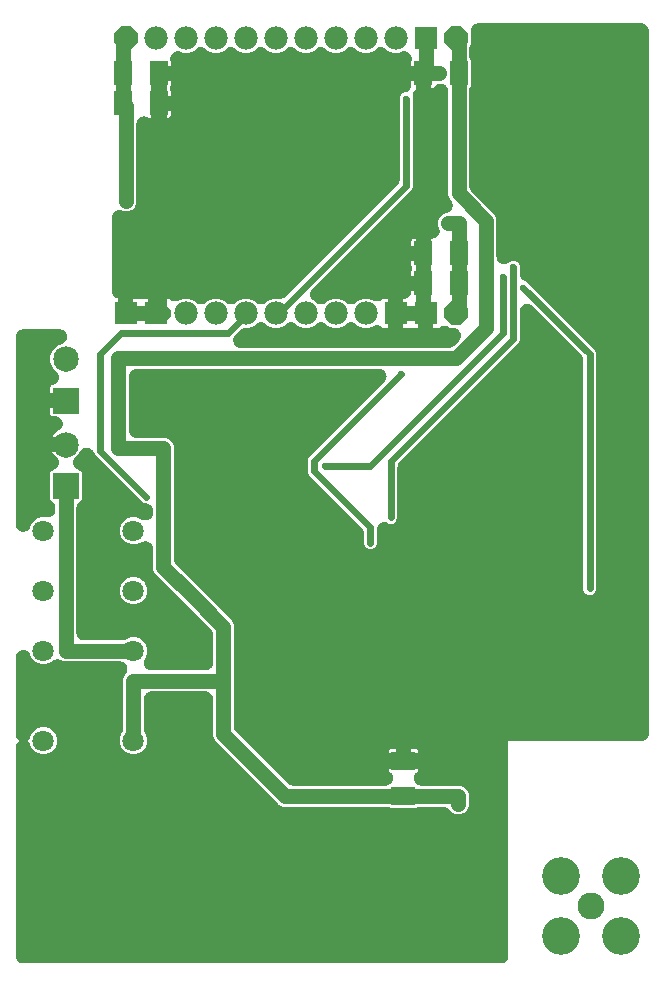
<source format=gbl>
G04 EAGLE Gerber RS-274X export*
G75*
%MOMM*%
%FSLAX34Y34*%
%LPD*%
%INBottom Copper*%
%IPPOS*%
%AMOC8*
5,1,8,0,0,1.08239X$1,22.5*%
G01*
%ADD10R,1.500000X2.000000*%
%ADD11R,2.000000X1.500000*%
%ADD12R,1.980000X1.980000*%
%ADD13C,1.980000*%
%ADD14P,2.143132X8X22.500000*%
%ADD15R,2.160000X2.160000*%
%ADD16C,2.160000*%
%ADD17C,1.800000*%
%ADD18C,2.286000*%
%ADD19C,3.200400*%
%ADD20C,1.270000*%
%ADD21C,1.152400*%
%ADD22C,0.552400*%
%ADD23C,0.609600*%
%ADD24C,0.952400*%

G36*
X412753Y2001D02*
X412753Y2001D01*
X412756Y2001D01*
X413103Y2021D01*
X413461Y2041D01*
X413464Y2041D01*
X413467Y2041D01*
X413807Y2100D01*
X414164Y2160D01*
X414166Y2161D01*
X414169Y2161D01*
X414514Y2261D01*
X414848Y2357D01*
X414851Y2359D01*
X414854Y2359D01*
X415178Y2494D01*
X415506Y2630D01*
X415509Y2632D01*
X415511Y2633D01*
X415823Y2805D01*
X416130Y2975D01*
X416132Y2977D01*
X416135Y2978D01*
X416432Y3189D01*
X416711Y3387D01*
X416713Y3389D01*
X416715Y3391D01*
X416983Y3631D01*
X417242Y3862D01*
X417244Y3865D01*
X417246Y3866D01*
X417484Y4134D01*
X417716Y4394D01*
X417718Y4396D01*
X417720Y4398D01*
X417918Y4679D01*
X418128Y4975D01*
X418130Y4978D01*
X418131Y4980D01*
X418294Y5276D01*
X418472Y5599D01*
X418473Y5602D01*
X418475Y5604D01*
X418606Y5922D01*
X418744Y6257D01*
X418745Y6260D01*
X418746Y6263D01*
X418841Y6592D01*
X418941Y6942D01*
X418942Y6945D01*
X418942Y6947D01*
X419002Y7301D01*
X419060Y7644D01*
X419060Y7647D01*
X419061Y7650D01*
X419099Y8350D01*
X419099Y190501D01*
X531650Y190501D01*
X531653Y190501D01*
X531656Y190501D01*
X532003Y190521D01*
X532361Y190541D01*
X532364Y190541D01*
X532367Y190541D01*
X532707Y190600D01*
X533064Y190660D01*
X533066Y190661D01*
X533069Y190661D01*
X533414Y190761D01*
X533748Y190857D01*
X533751Y190859D01*
X533754Y190859D01*
X534078Y190994D01*
X534406Y191130D01*
X534409Y191132D01*
X534411Y191133D01*
X534723Y191305D01*
X535030Y191475D01*
X535032Y191477D01*
X535035Y191478D01*
X535332Y191689D01*
X535611Y191888D01*
X535613Y191889D01*
X535615Y191891D01*
X535883Y192131D01*
X536142Y192362D01*
X536144Y192365D01*
X536146Y192366D01*
X536384Y192634D01*
X536616Y192894D01*
X536618Y192896D01*
X536620Y192898D01*
X536811Y193169D01*
X537028Y193475D01*
X537030Y193478D01*
X537031Y193480D01*
X537194Y193776D01*
X537372Y194099D01*
X537373Y194102D01*
X537375Y194104D01*
X537504Y194419D01*
X537644Y194757D01*
X537645Y194760D01*
X537646Y194763D01*
X537741Y195092D01*
X537841Y195442D01*
X537842Y195445D01*
X537842Y195448D01*
X537902Y195801D01*
X537960Y196144D01*
X537960Y196147D01*
X537961Y196150D01*
X537999Y196850D01*
X537999Y791650D01*
X537999Y791653D01*
X537999Y791656D01*
X537979Y792003D01*
X537959Y792361D01*
X537959Y792364D01*
X537959Y792367D01*
X537900Y792707D01*
X537840Y793064D01*
X537839Y793066D01*
X537839Y793069D01*
X537739Y793414D01*
X537643Y793748D01*
X537641Y793751D01*
X537641Y793754D01*
X537506Y794078D01*
X537370Y794406D01*
X537368Y794409D01*
X537367Y794411D01*
X537195Y794723D01*
X537025Y795030D01*
X537023Y795032D01*
X537022Y795035D01*
X536811Y795332D01*
X536613Y795611D01*
X536611Y795613D01*
X536609Y795615D01*
X536369Y795883D01*
X536138Y796142D01*
X536135Y796144D01*
X536134Y796146D01*
X535866Y796384D01*
X535606Y796616D01*
X535604Y796618D01*
X535602Y796620D01*
X535321Y796818D01*
X535025Y797028D01*
X535022Y797030D01*
X535020Y797031D01*
X534724Y797194D01*
X534401Y797372D01*
X534398Y797373D01*
X534396Y797375D01*
X534078Y797506D01*
X533743Y797644D01*
X533740Y797645D01*
X533737Y797646D01*
X533408Y797741D01*
X533058Y797841D01*
X533055Y797842D01*
X533053Y797842D01*
X532699Y797902D01*
X532356Y797960D01*
X532353Y797960D01*
X532350Y797961D01*
X531650Y797999D01*
X393440Y797999D01*
X393437Y797999D01*
X393434Y797999D01*
X393087Y797979D01*
X392729Y797959D01*
X392726Y797959D01*
X392723Y797959D01*
X392383Y797900D01*
X392026Y797840D01*
X392024Y797839D01*
X392021Y797839D01*
X391676Y797739D01*
X391342Y797643D01*
X391339Y797641D01*
X391336Y797641D01*
X391012Y797506D01*
X390684Y797370D01*
X390681Y797368D01*
X390679Y797367D01*
X390367Y797195D01*
X390060Y797025D01*
X390058Y797023D01*
X390055Y797022D01*
X389758Y796811D01*
X389479Y796613D01*
X389477Y796611D01*
X389475Y796609D01*
X389207Y796369D01*
X388948Y796138D01*
X388946Y796135D01*
X388944Y796134D01*
X388706Y795866D01*
X388474Y795606D01*
X388472Y795604D01*
X388470Y795602D01*
X388272Y795321D01*
X388062Y795025D01*
X388060Y795022D01*
X388059Y795020D01*
X387896Y794724D01*
X387718Y794401D01*
X387717Y794398D01*
X387715Y794396D01*
X387584Y794078D01*
X387446Y793743D01*
X387445Y793740D01*
X387444Y793737D01*
X387349Y793408D01*
X387249Y793058D01*
X387248Y793055D01*
X387248Y793053D01*
X387185Y792683D01*
X387130Y792356D01*
X387130Y792353D01*
X387129Y792350D01*
X387091Y791650D01*
X387091Y780185D01*
X387018Y780083D01*
X386814Y779794D01*
X386811Y779790D01*
X386809Y779787D01*
X386642Y779483D01*
X386469Y779171D01*
X386467Y779167D01*
X386465Y779163D01*
X386333Y778843D01*
X386197Y778513D01*
X386195Y778508D01*
X386194Y778504D01*
X386099Y778174D01*
X385999Y777828D01*
X385999Y777824D01*
X385998Y777819D01*
X385939Y777473D01*
X385880Y777126D01*
X385880Y777121D01*
X385879Y777117D01*
X385841Y776417D01*
X385841Y770195D01*
X385851Y770012D01*
X385851Y769828D01*
X385871Y769656D01*
X385881Y769483D01*
X385911Y769303D01*
X385932Y769121D01*
X385971Y768952D01*
X386000Y768781D01*
X386051Y768605D01*
X386092Y768426D01*
X386150Y768260D01*
X386197Y768096D01*
X386264Y767935D01*
X386324Y767765D01*
X386991Y766155D01*
X386991Y745145D01*
X386324Y743535D01*
X386263Y743362D01*
X386194Y743193D01*
X386146Y743026D01*
X386089Y742863D01*
X386048Y742684D01*
X385998Y742508D01*
X385969Y742337D01*
X385930Y742168D01*
X385910Y741986D01*
X385879Y741805D01*
X385870Y741630D01*
X385851Y741460D01*
X385851Y741285D01*
X385841Y741105D01*
X385841Y660363D01*
X385841Y660358D01*
X385841Y660354D01*
X385861Y660001D01*
X385881Y659651D01*
X385881Y659647D01*
X385882Y659643D01*
X385942Y659289D01*
X386000Y658949D01*
X386001Y658945D01*
X386002Y658941D01*
X386104Y658588D01*
X386197Y658264D01*
X386199Y658261D01*
X386200Y658256D01*
X386338Y657925D01*
X386470Y657606D01*
X386472Y657602D01*
X386474Y657599D01*
X386644Y657292D01*
X386815Y656983D01*
X386817Y656979D01*
X386820Y656976D01*
X387032Y656677D01*
X387227Y656402D01*
X387230Y656399D01*
X387233Y656395D01*
X387700Y655873D01*
X404193Y639380D01*
X404199Y639374D01*
X407587Y635986D01*
X408941Y632718D01*
X408941Y600575D01*
X408941Y600573D01*
X408941Y600572D01*
X408961Y600217D01*
X408981Y599864D01*
X408981Y599862D01*
X408981Y599861D01*
X409039Y599522D01*
X409100Y599161D01*
X409101Y599160D01*
X409101Y599158D01*
X409201Y598810D01*
X409297Y598477D01*
X409298Y598475D01*
X409298Y598474D01*
X409444Y598123D01*
X409570Y597819D01*
X409571Y597817D01*
X409571Y597816D01*
X409748Y597497D01*
X409915Y597195D01*
X409916Y597194D01*
X409917Y597193D01*
X410146Y596870D01*
X410327Y596614D01*
X410328Y596613D01*
X410329Y596612D01*
X410586Y596325D01*
X410802Y596083D01*
X410803Y596082D01*
X410804Y596081D01*
X411085Y595831D01*
X411334Y595609D01*
X411335Y595608D01*
X411336Y595607D01*
X411617Y595408D01*
X411915Y595197D01*
X411916Y595196D01*
X411918Y595195D01*
X412245Y595015D01*
X412539Y594853D01*
X412540Y594852D01*
X412541Y594851D01*
X412873Y594715D01*
X413197Y594580D01*
X413199Y594580D01*
X413200Y594579D01*
X413542Y594481D01*
X413882Y594384D01*
X413883Y594383D01*
X413885Y594383D01*
X414255Y594321D01*
X414584Y594265D01*
X414586Y594265D01*
X414587Y594265D01*
X414962Y594244D01*
X415296Y594226D01*
X415297Y594226D01*
X415299Y594226D01*
X415681Y594248D01*
X416007Y594266D01*
X416008Y594266D01*
X416010Y594267D01*
X416385Y594331D01*
X416709Y594386D01*
X416711Y594387D01*
X416712Y594387D01*
X417075Y594492D01*
X417394Y594584D01*
X417395Y594585D01*
X417396Y594585D01*
X417745Y594730D01*
X418051Y594858D01*
X418053Y594858D01*
X418054Y594859D01*
X418352Y595024D01*
X418675Y595203D01*
X418676Y595204D01*
X418677Y595204D01*
X418957Y595404D01*
X419255Y595616D01*
X419256Y595617D01*
X419257Y595618D01*
X419780Y596085D01*
X419998Y596304D01*
X422052Y597155D01*
X424276Y597155D01*
X426330Y596304D01*
X427902Y594732D01*
X428753Y592678D01*
X428753Y585848D01*
X428763Y585666D01*
X428763Y585484D01*
X428783Y585311D01*
X428793Y585137D01*
X428823Y584958D01*
X428844Y584777D01*
X428883Y584606D01*
X428912Y584434D01*
X428962Y584260D01*
X429003Y584082D01*
X429061Y583917D01*
X429109Y583750D01*
X429179Y583582D01*
X429239Y583410D01*
X429315Y583253D01*
X429382Y583092D01*
X429470Y582932D01*
X429549Y582769D01*
X429643Y582621D01*
X429727Y582468D01*
X429832Y582320D01*
X429929Y582166D01*
X430039Y582029D01*
X430139Y581887D01*
X430260Y581752D01*
X430374Y581610D01*
X430498Y581486D01*
X430614Y581356D01*
X430750Y581235D01*
X430879Y581107D01*
X431015Y580998D01*
X431146Y580882D01*
X431294Y580776D01*
X431437Y580664D01*
X431584Y580571D01*
X431727Y580470D01*
X431886Y580382D01*
X432040Y580286D01*
X432200Y580209D01*
X432351Y580126D01*
X432511Y580059D01*
X432672Y579982D01*
X434966Y579032D01*
X492672Y521326D01*
X493523Y519272D01*
X493523Y318420D01*
X492672Y316366D01*
X491100Y314794D01*
X489046Y313943D01*
X486822Y313943D01*
X484768Y314794D01*
X483196Y316366D01*
X482345Y318420D01*
X482345Y513215D01*
X482345Y513219D01*
X482345Y513224D01*
X482325Y513576D01*
X482305Y513926D01*
X482305Y513931D01*
X482304Y513935D01*
X482244Y514286D01*
X482186Y514629D01*
X482185Y514633D01*
X482184Y514637D01*
X482082Y514989D01*
X481989Y515313D01*
X481987Y515317D01*
X481986Y515321D01*
X481850Y515647D01*
X481716Y515971D01*
X481714Y515975D01*
X481712Y515979D01*
X481543Y516284D01*
X481371Y516595D01*
X481369Y516598D01*
X481366Y516602D01*
X481154Y516901D01*
X480959Y517176D01*
X480956Y517179D01*
X480953Y517182D01*
X480486Y517705D01*
X439592Y558599D01*
X439591Y558600D01*
X439590Y558601D01*
X439312Y558848D01*
X439060Y559073D01*
X439059Y559074D01*
X439058Y559075D01*
X438737Y559303D01*
X438479Y559486D01*
X438478Y559486D01*
X438477Y559487D01*
X438134Y559676D01*
X437856Y559830D01*
X437855Y559831D01*
X437853Y559831D01*
X437511Y559973D01*
X437197Y560103D01*
X437196Y560103D01*
X437195Y560104D01*
X436830Y560208D01*
X436513Y560300D01*
X436512Y560300D01*
X436510Y560300D01*
X436144Y560362D01*
X435810Y560419D01*
X435809Y560419D01*
X435808Y560419D01*
X435459Y560438D01*
X435099Y560458D01*
X435098Y560458D01*
X435096Y560458D01*
X434761Y560439D01*
X434388Y560418D01*
X434386Y560418D01*
X434385Y560418D01*
X434079Y560365D01*
X433686Y560298D01*
X433684Y560298D01*
X433683Y560298D01*
X433357Y560203D01*
X433001Y560101D01*
X433000Y560100D01*
X432998Y560100D01*
X432666Y559962D01*
X432343Y559828D01*
X432342Y559827D01*
X432341Y559826D01*
X432040Y559660D01*
X431720Y559483D01*
X431719Y559482D01*
X431717Y559481D01*
X431446Y559288D01*
X431139Y559070D01*
X431138Y559069D01*
X431137Y559068D01*
X430877Y558835D01*
X430608Y558595D01*
X430607Y558594D01*
X430606Y558593D01*
X430373Y558331D01*
X430134Y558063D01*
X430133Y558062D01*
X430132Y558061D01*
X429920Y557760D01*
X429722Y557482D01*
X429722Y557480D01*
X429721Y557479D01*
X429538Y557147D01*
X429378Y556858D01*
X429378Y556856D01*
X429377Y556855D01*
X429257Y556563D01*
X429107Y556199D01*
X429106Y556198D01*
X429106Y556197D01*
X429002Y555835D01*
X428910Y555514D01*
X428910Y555513D01*
X428910Y555512D01*
X428853Y555172D01*
X428792Y554812D01*
X428792Y554810D01*
X428791Y554809D01*
X428753Y554109D01*
X428753Y530002D01*
X427902Y527948D01*
X326980Y427027D01*
X326978Y427024D01*
X326974Y427021D01*
X326740Y426758D01*
X326506Y426495D01*
X326503Y426492D01*
X326500Y426489D01*
X326299Y426204D01*
X326093Y425914D01*
X326091Y425911D01*
X326089Y425907D01*
X325918Y425597D01*
X325749Y425291D01*
X325747Y425287D01*
X325745Y425283D01*
X325611Y424958D01*
X325476Y424633D01*
X325475Y424628D01*
X325474Y424624D01*
X325377Y424286D01*
X325279Y423948D01*
X325279Y423944D01*
X325278Y423940D01*
X325218Y423583D01*
X325160Y423246D01*
X325160Y423241D01*
X325159Y423237D01*
X325121Y422537D01*
X325121Y378872D01*
X324270Y376818D01*
X322698Y375246D01*
X320644Y374395D01*
X318420Y374395D01*
X316628Y375138D01*
X316458Y375197D01*
X316291Y375266D01*
X316121Y375315D01*
X315955Y375373D01*
X315780Y375413D01*
X315606Y375463D01*
X315432Y375492D01*
X315261Y375532D01*
X315082Y375552D01*
X314904Y375582D01*
X314728Y375591D01*
X314553Y375611D01*
X314373Y375611D01*
X314192Y375621D01*
X314017Y375611D01*
X313840Y375611D01*
X313661Y375591D01*
X313481Y375580D01*
X313308Y375551D01*
X313132Y375531D01*
X312956Y375491D01*
X312779Y375460D01*
X312610Y375412D01*
X312438Y375372D01*
X312268Y375313D01*
X312094Y375263D01*
X311932Y375195D01*
X311766Y375137D01*
X311603Y375058D01*
X311437Y374989D01*
X311283Y374904D01*
X311124Y374827D01*
X310971Y374731D01*
X310813Y374644D01*
X310670Y374542D01*
X310521Y374448D01*
X310380Y374335D01*
X310233Y374231D01*
X310102Y374114D01*
X309964Y374003D01*
X309837Y373876D01*
X309702Y373755D01*
X309585Y373624D01*
X309461Y373499D01*
X309348Y373358D01*
X309228Y373224D01*
X309127Y373080D01*
X309017Y372942D01*
X308921Y372789D01*
X308817Y372642D01*
X308732Y372488D01*
X308638Y372339D01*
X308560Y372176D01*
X308473Y372018D01*
X308406Y371855D01*
X308330Y371696D01*
X308270Y371526D01*
X308202Y371359D01*
X308153Y371190D01*
X308095Y371024D01*
X308055Y370848D01*
X308006Y370674D01*
X307976Y370501D01*
X307937Y370329D01*
X307917Y370150D01*
X307887Y369972D01*
X307878Y369793D01*
X307858Y369621D01*
X307859Y369449D01*
X307849Y369272D01*
X307849Y357282D01*
X306998Y355228D01*
X305426Y353656D01*
X303372Y352805D01*
X301148Y352805D01*
X299094Y353656D01*
X297522Y355228D01*
X296671Y357282D01*
X296671Y366403D01*
X296671Y366407D01*
X296671Y366412D01*
X296651Y366765D01*
X296631Y367114D01*
X296631Y367119D01*
X296630Y367123D01*
X296570Y367474D01*
X296512Y367817D01*
X296511Y367821D01*
X296510Y367825D01*
X296412Y368164D01*
X296315Y368501D01*
X296313Y368505D01*
X296312Y368509D01*
X296176Y368835D01*
X296042Y369159D01*
X296040Y369163D01*
X296038Y369167D01*
X295869Y369471D01*
X295697Y369783D01*
X295695Y369786D01*
X295692Y369790D01*
X295480Y370089D01*
X295285Y370364D01*
X295282Y370367D01*
X295279Y370370D01*
X294812Y370893D01*
X250024Y415680D01*
X249173Y417734D01*
X249173Y428594D01*
X250024Y430648D01*
X254987Y435611D01*
X254988Y435611D01*
X254988Y435612D01*
X261337Y441960D01*
X261337Y441961D01*
X267686Y448310D01*
X274035Y454659D01*
X274036Y454659D01*
X280385Y461008D01*
X280385Y461009D01*
X313997Y494620D01*
X313998Y494621D01*
X313999Y494622D01*
X314228Y494879D01*
X314471Y495152D01*
X314472Y495153D01*
X314473Y495154D01*
X314685Y495452D01*
X314884Y495733D01*
X314884Y495734D01*
X314885Y495735D01*
X315055Y496042D01*
X315228Y496356D01*
X315229Y496357D01*
X315229Y496359D01*
X315371Y496701D01*
X315501Y497015D01*
X315501Y497016D01*
X315502Y497017D01*
X315606Y497382D01*
X315698Y497699D01*
X315698Y497700D01*
X315698Y497702D01*
X315756Y498044D01*
X315817Y498402D01*
X315817Y498403D01*
X315817Y498404D01*
X315836Y498753D01*
X315856Y499113D01*
X315856Y499114D01*
X315856Y499116D01*
X315838Y499433D01*
X315816Y499824D01*
X315816Y499826D01*
X315816Y499827D01*
X315765Y500122D01*
X315696Y500526D01*
X315696Y500528D01*
X315696Y500529D01*
X315609Y500830D01*
X315499Y501211D01*
X315498Y501212D01*
X315498Y501214D01*
X315376Y501508D01*
X315226Y501869D01*
X315225Y501870D01*
X315224Y501871D01*
X315058Y502172D01*
X314881Y502492D01*
X314880Y502493D01*
X314879Y502495D01*
X314697Y502751D01*
X314468Y503073D01*
X314467Y503074D01*
X314466Y503075D01*
X314238Y503330D01*
X313993Y503604D01*
X313992Y503605D01*
X313991Y503606D01*
X313729Y503839D01*
X313461Y504078D01*
X313460Y504079D01*
X313459Y504080D01*
X313173Y504282D01*
X312880Y504490D01*
X312878Y504490D01*
X312877Y504491D01*
X312584Y504653D01*
X312256Y504834D01*
X312254Y504834D01*
X312253Y504835D01*
X311961Y504955D01*
X311597Y505105D01*
X311596Y505106D01*
X311595Y505106D01*
X311268Y505200D01*
X310912Y505302D01*
X310911Y505302D01*
X310910Y505302D01*
X310570Y505359D01*
X310210Y505420D01*
X310208Y505420D01*
X310207Y505421D01*
X309507Y505459D01*
X104140Y505459D01*
X104137Y505459D01*
X104134Y505459D01*
X103787Y505439D01*
X103429Y505419D01*
X103426Y505419D01*
X103423Y505419D01*
X103083Y505360D01*
X102726Y505300D01*
X102724Y505299D01*
X102721Y505299D01*
X102376Y505199D01*
X102042Y505103D01*
X102039Y505101D01*
X102036Y505101D01*
X101712Y504966D01*
X101384Y504830D01*
X101381Y504828D01*
X101379Y504827D01*
X101067Y504655D01*
X100760Y504485D01*
X100758Y504483D01*
X100755Y504482D01*
X100458Y504271D01*
X100179Y504073D01*
X100177Y504071D01*
X100175Y504069D01*
X99907Y503829D01*
X99648Y503598D01*
X99646Y503595D01*
X99644Y503594D01*
X99406Y503326D01*
X99174Y503066D01*
X99172Y503064D01*
X99170Y503062D01*
X98972Y502781D01*
X98762Y502485D01*
X98760Y502482D01*
X98759Y502480D01*
X98596Y502183D01*
X98418Y501861D01*
X98417Y501858D01*
X98415Y501856D01*
X98283Y501534D01*
X98146Y501203D01*
X98145Y501200D01*
X98144Y501197D01*
X98047Y500859D01*
X97949Y500518D01*
X97948Y500515D01*
X97948Y500513D01*
X97888Y500159D01*
X97830Y499816D01*
X97830Y499813D01*
X97829Y499810D01*
X97791Y499110D01*
X97791Y453390D01*
X97791Y453387D01*
X97791Y453384D01*
X97811Y453037D01*
X97831Y452679D01*
X97831Y452676D01*
X97831Y452673D01*
X97893Y452309D01*
X97950Y451976D01*
X97951Y451974D01*
X97951Y451971D01*
X98052Y451624D01*
X98147Y451292D01*
X98149Y451289D01*
X98149Y451286D01*
X98284Y450962D01*
X98420Y450634D01*
X98422Y450631D01*
X98423Y450629D01*
X98599Y450311D01*
X98765Y450010D01*
X98767Y450008D01*
X98768Y450005D01*
X98980Y449708D01*
X99177Y449429D01*
X99179Y449427D01*
X99181Y449425D01*
X99426Y449152D01*
X99652Y448898D01*
X99655Y448896D01*
X99656Y448894D01*
X99924Y448656D01*
X100184Y448424D01*
X100186Y448422D01*
X100188Y448420D01*
X100474Y448218D01*
X100765Y448012D01*
X100768Y448010D01*
X100770Y448009D01*
X101066Y447846D01*
X101389Y447668D01*
X101392Y447667D01*
X101394Y447665D01*
X101712Y447534D01*
X102047Y447396D01*
X102050Y447395D01*
X102053Y447394D01*
X102382Y447299D01*
X102732Y447199D01*
X102735Y447198D01*
X102737Y447198D01*
X103091Y447138D01*
X103434Y447080D01*
X103437Y447080D01*
X103440Y447079D01*
X104140Y447041D01*
X128768Y447041D01*
X132036Y445687D01*
X134537Y443186D01*
X135891Y439918D01*
X135891Y344313D01*
X135891Y344308D01*
X135891Y344304D01*
X135911Y343951D01*
X135931Y343601D01*
X135931Y343597D01*
X135932Y343593D01*
X135992Y343242D01*
X136050Y342899D01*
X136051Y342895D01*
X136052Y342891D01*
X136154Y342538D01*
X136247Y342214D01*
X136249Y342211D01*
X136250Y342206D01*
X136386Y341880D01*
X136520Y341556D01*
X136522Y341552D01*
X136524Y341549D01*
X136701Y341229D01*
X136865Y340933D01*
X136867Y340930D01*
X136870Y340926D01*
X137082Y340627D01*
X137277Y340352D01*
X137280Y340349D01*
X137283Y340345D01*
X137750Y339823D01*
X185337Y292236D01*
X186691Y288968D01*
X186691Y202513D01*
X186691Y202508D01*
X186691Y202504D01*
X186711Y202151D01*
X186731Y201801D01*
X186731Y201797D01*
X186732Y201793D01*
X186794Y201430D01*
X186850Y201099D01*
X186851Y201095D01*
X186852Y201091D01*
X186954Y200738D01*
X187047Y200414D01*
X187049Y200411D01*
X187050Y200406D01*
X187186Y200080D01*
X187320Y199756D01*
X187322Y199752D01*
X187324Y199749D01*
X187501Y199429D01*
X187665Y199133D01*
X187667Y199130D01*
X187670Y199126D01*
X187882Y198827D01*
X188077Y198552D01*
X188080Y198549D01*
X188083Y198545D01*
X188550Y198023D01*
X232073Y154500D01*
X232076Y154498D01*
X232079Y154494D01*
X232346Y154257D01*
X232604Y154026D01*
X232608Y154023D01*
X232611Y154020D01*
X232896Y153819D01*
X233185Y153613D01*
X233189Y153611D01*
X233193Y153609D01*
X233505Y153437D01*
X233809Y153269D01*
X233813Y153267D01*
X233817Y153265D01*
X234141Y153131D01*
X234467Y152996D01*
X234471Y152995D01*
X234475Y152994D01*
X234814Y152897D01*
X235152Y152799D01*
X235156Y152799D01*
X235160Y152798D01*
X235516Y152738D01*
X235854Y152680D01*
X235858Y152680D01*
X235863Y152679D01*
X236563Y152641D01*
X315064Y152641D01*
X315332Y152656D01*
X315600Y152663D01*
X315687Y152676D01*
X315775Y152681D01*
X316040Y152726D01*
X316306Y152763D01*
X316391Y152785D01*
X316477Y152800D01*
X316735Y152874D01*
X316995Y152942D01*
X317078Y152973D01*
X317162Y152997D01*
X317410Y153100D01*
X317661Y153196D01*
X317739Y153236D01*
X317820Y153270D01*
X318055Y153400D01*
X318293Y153523D01*
X318367Y153573D01*
X318444Y153615D01*
X318662Y153770D01*
X318886Y153920D01*
X318953Y153977D01*
X319024Y154027D01*
X319224Y154206D01*
X319429Y154380D01*
X319490Y154444D01*
X319555Y154502D01*
X319734Y154703D01*
X319918Y154898D01*
X319971Y154968D01*
X320030Y155034D01*
X320185Y155253D01*
X320346Y155467D01*
X320391Y155543D01*
X320442Y155615D01*
X320572Y155851D01*
X320708Y156081D01*
X320744Y156162D01*
X320786Y156239D01*
X320889Y156487D01*
X320998Y156732D01*
X321025Y156816D01*
X321058Y156897D01*
X321132Y157155D01*
X321214Y157411D01*
X321231Y157497D01*
X321255Y157582D01*
X321300Y157846D01*
X321352Y158110D01*
X321359Y158198D01*
X321374Y158284D01*
X321389Y158552D01*
X321411Y158820D01*
X321408Y158908D01*
X321413Y158996D01*
X321398Y159264D01*
X321390Y159532D01*
X321378Y159619D01*
X321372Y159707D01*
X321327Y159971D01*
X321289Y160237D01*
X321267Y160322D01*
X321252Y160409D01*
X321178Y160667D01*
X321110Y160927D01*
X321079Y161009D01*
X321055Y161094D01*
X320952Y161341D01*
X320855Y161592D01*
X320815Y161670D01*
X320781Y161751D01*
X320651Y161986D01*
X320527Y162224D01*
X320478Y162298D01*
X320436Y162375D01*
X320281Y162593D01*
X320131Y162816D01*
X320074Y162884D01*
X320023Y162955D01*
X319844Y163155D01*
X319670Y163360D01*
X319606Y163420D01*
X319547Y163486D01*
X319347Y163665D01*
X319152Y163848D01*
X319081Y163902D01*
X319016Y163960D01*
X318808Y164107D01*
X318591Y164269D01*
X318580Y164277D01*
X318227Y164630D01*
X317948Y165046D01*
X317757Y165509D01*
X317659Y166000D01*
X317659Y167401D01*
X330200Y167401D01*
X342741Y167401D01*
X342741Y166000D01*
X342643Y165509D01*
X342452Y165046D01*
X342173Y164630D01*
X341820Y164277D01*
X341809Y164269D01*
X341594Y164107D01*
X341376Y163952D01*
X341310Y163894D01*
X341240Y163841D01*
X341045Y163656D01*
X340845Y163478D01*
X340786Y163412D01*
X340722Y163351D01*
X340549Y163147D01*
X340370Y162946D01*
X340319Y162874D01*
X340262Y162807D01*
X340114Y162584D01*
X339958Y162365D01*
X339916Y162288D01*
X339867Y162215D01*
X339744Y161976D01*
X339614Y161741D01*
X339580Y161660D01*
X339540Y161582D01*
X339444Y161331D01*
X339342Y161083D01*
X339317Y160998D01*
X339286Y160916D01*
X339219Y160656D01*
X339145Y160398D01*
X339130Y160311D01*
X339108Y160226D01*
X339071Y159960D01*
X339026Y159696D01*
X339021Y159608D01*
X339009Y159521D01*
X339002Y159252D01*
X338987Y158984D01*
X338992Y158896D01*
X338989Y158808D01*
X339012Y158540D01*
X339028Y158273D01*
X339042Y158187D01*
X339050Y158099D01*
X339102Y157835D01*
X339148Y157571D01*
X339172Y157486D01*
X339189Y157400D01*
X339271Y157144D01*
X339345Y156886D01*
X339379Y156805D01*
X339406Y156721D01*
X339516Y156477D01*
X339619Y156229D01*
X339662Y156151D01*
X339698Y156071D01*
X339834Y155840D01*
X339964Y155605D01*
X340015Y155534D01*
X340060Y155458D01*
X340222Y155243D01*
X340377Y155025D01*
X340436Y154959D01*
X340489Y154889D01*
X340674Y154694D01*
X340853Y154494D01*
X340918Y154436D01*
X340979Y154372D01*
X341184Y154199D01*
X341384Y154020D01*
X341456Y153969D01*
X341524Y153913D01*
X341747Y153764D01*
X341966Y153609D01*
X342043Y153567D01*
X342116Y153518D01*
X342355Y153395D01*
X342590Y153265D01*
X342671Y153232D01*
X342750Y153191D01*
X343001Y153096D01*
X343249Y152994D01*
X343333Y152970D01*
X343416Y152938D01*
X343676Y152871D01*
X343934Y152798D01*
X344020Y152783D01*
X344106Y152761D01*
X344371Y152724D01*
X344636Y152679D01*
X344725Y152675D01*
X344811Y152662D01*
X345066Y152656D01*
X345336Y152641D01*
X378418Y152641D01*
X381686Y151287D01*
X384187Y148786D01*
X385541Y145518D01*
X385541Y135482D01*
X384187Y132214D01*
X381686Y129713D01*
X378418Y128359D01*
X374882Y128359D01*
X371614Y129713D01*
X368327Y133000D01*
X368324Y133002D01*
X368321Y133006D01*
X368058Y133240D01*
X367796Y133474D01*
X367792Y133477D01*
X367789Y133480D01*
X367504Y133681D01*
X367215Y133887D01*
X367211Y133889D01*
X367207Y133891D01*
X366897Y134062D01*
X366591Y134231D01*
X366587Y134233D01*
X366583Y134235D01*
X366263Y134367D01*
X365933Y134504D01*
X365929Y134505D01*
X365925Y134506D01*
X365586Y134603D01*
X365248Y134701D01*
X365244Y134701D01*
X365240Y134702D01*
X364884Y134762D01*
X364546Y134820D01*
X364542Y134820D01*
X364537Y134821D01*
X363837Y134859D01*
X344745Y134859D01*
X344562Y134849D01*
X344378Y134849D01*
X344206Y134829D01*
X344033Y134819D01*
X343853Y134789D01*
X343671Y134768D01*
X343502Y134729D01*
X343331Y134700D01*
X343155Y134649D01*
X342976Y134608D01*
X342810Y134550D01*
X342646Y134503D01*
X342485Y134436D01*
X342315Y134376D01*
X340705Y133709D01*
X319695Y133709D01*
X318085Y134376D01*
X317912Y134436D01*
X317743Y134506D01*
X317576Y134554D01*
X317413Y134611D01*
X317234Y134652D01*
X317058Y134702D01*
X316887Y134731D01*
X316718Y134770D01*
X316536Y134790D01*
X316355Y134821D01*
X316180Y134830D01*
X316010Y134849D01*
X315835Y134849D01*
X315655Y134859D01*
X228482Y134859D01*
X225214Y136213D01*
X170263Y191164D01*
X168909Y194432D01*
X168909Y226060D01*
X168909Y226063D01*
X168909Y226066D01*
X168889Y226413D01*
X168869Y226771D01*
X168869Y226774D01*
X168869Y226777D01*
X168810Y227117D01*
X168750Y227474D01*
X168749Y227476D01*
X168749Y227479D01*
X168652Y227812D01*
X168553Y228158D01*
X168551Y228161D01*
X168551Y228164D01*
X168419Y228481D01*
X168280Y228816D01*
X168278Y228819D01*
X168277Y228821D01*
X168105Y229133D01*
X167935Y229440D01*
X167933Y229442D01*
X167932Y229445D01*
X167721Y229742D01*
X167523Y230021D01*
X167521Y230023D01*
X167519Y230025D01*
X167279Y230293D01*
X167048Y230552D01*
X167045Y230554D01*
X167044Y230556D01*
X166776Y230794D01*
X166516Y231026D01*
X166514Y231028D01*
X166512Y231030D01*
X166231Y231228D01*
X165935Y231438D01*
X165932Y231440D01*
X165930Y231441D01*
X165634Y231604D01*
X165311Y231782D01*
X165308Y231783D01*
X165306Y231785D01*
X164988Y231916D01*
X164653Y232054D01*
X164650Y232055D01*
X164647Y232056D01*
X164318Y232151D01*
X163968Y232251D01*
X163965Y232252D01*
X163963Y232252D01*
X163609Y232312D01*
X163266Y232370D01*
X163263Y232370D01*
X163260Y232371D01*
X162560Y232409D01*
X116840Y232409D01*
X116837Y232409D01*
X116834Y232409D01*
X116487Y232389D01*
X116129Y232369D01*
X116126Y232369D01*
X116123Y232369D01*
X115783Y232310D01*
X115426Y232250D01*
X115424Y232249D01*
X115421Y232249D01*
X115076Y232149D01*
X114742Y232053D01*
X114739Y232051D01*
X114736Y232051D01*
X114412Y231916D01*
X114084Y231780D01*
X114081Y231778D01*
X114079Y231777D01*
X113767Y231605D01*
X113460Y231435D01*
X113458Y231433D01*
X113455Y231432D01*
X113158Y231221D01*
X112879Y231023D01*
X112877Y231021D01*
X112875Y231019D01*
X112607Y230779D01*
X112348Y230548D01*
X112346Y230545D01*
X112344Y230544D01*
X112106Y230276D01*
X111874Y230016D01*
X111872Y230014D01*
X111870Y230012D01*
X111672Y229731D01*
X111462Y229435D01*
X111460Y229432D01*
X111459Y229430D01*
X111296Y229134D01*
X111118Y228811D01*
X111117Y228808D01*
X111115Y228806D01*
X110981Y228481D01*
X110846Y228153D01*
X110845Y228150D01*
X110844Y228147D01*
X110748Y227812D01*
X110649Y227468D01*
X110648Y227465D01*
X110648Y227463D01*
X110588Y227109D01*
X110530Y226766D01*
X110530Y226763D01*
X110529Y226760D01*
X110491Y226060D01*
X110491Y200456D01*
X110501Y200273D01*
X110501Y200090D01*
X110521Y199918D01*
X110531Y199745D01*
X110561Y199564D01*
X110582Y199382D01*
X110621Y199213D01*
X110650Y199043D01*
X110701Y198866D01*
X110742Y198688D01*
X110800Y198522D01*
X110847Y198358D01*
X110914Y198197D01*
X110974Y198026D01*
X113141Y192796D01*
X113141Y188204D01*
X111384Y183963D01*
X108137Y180716D01*
X103896Y178959D01*
X99304Y178959D01*
X95063Y180716D01*
X91816Y183963D01*
X90059Y188204D01*
X90059Y192796D01*
X92226Y198026D01*
X92287Y198200D01*
X92356Y198369D01*
X92404Y198535D01*
X92461Y198699D01*
X92502Y198878D01*
X92552Y199054D01*
X92581Y199224D01*
X92620Y199393D01*
X92640Y199576D01*
X92671Y199756D01*
X92680Y199932D01*
X92699Y200101D01*
X92699Y200276D01*
X92709Y200456D01*
X92709Y243068D01*
X94063Y246336D01*
X94697Y246970D01*
X94698Y246972D01*
X94699Y246972D01*
X94919Y247218D01*
X95172Y247502D01*
X95173Y247503D01*
X95174Y247504D01*
X95376Y247790D01*
X95584Y248083D01*
X95585Y248084D01*
X95585Y248085D01*
X95772Y248422D01*
X95928Y248706D01*
X95929Y248707D01*
X95930Y248709D01*
X96075Y249061D01*
X96201Y249364D01*
X96201Y249366D01*
X96202Y249367D01*
X96300Y249709D01*
X96398Y250049D01*
X96398Y250050D01*
X96399Y250052D01*
X96457Y250397D01*
X96517Y250751D01*
X96517Y250753D01*
X96517Y250754D01*
X96536Y251095D01*
X96557Y251463D01*
X96557Y251464D01*
X96557Y251466D01*
X96538Y251794D01*
X96516Y252174D01*
X96516Y252176D01*
X96516Y252177D01*
X96464Y252482D01*
X96397Y252876D01*
X96396Y252878D01*
X96396Y252879D01*
X96313Y253165D01*
X96199Y253561D01*
X96199Y253562D01*
X96198Y253564D01*
X96067Y253878D01*
X95926Y254219D01*
X95925Y254220D01*
X95925Y254221D01*
X95755Y254528D01*
X95581Y254842D01*
X95580Y254843D01*
X95579Y254845D01*
X95394Y255106D01*
X95168Y255423D01*
X95167Y255424D01*
X95166Y255425D01*
X94939Y255679D01*
X94693Y255954D01*
X94692Y255955D01*
X94691Y255956D01*
X94427Y256191D01*
X94161Y256428D01*
X94160Y256429D01*
X94159Y256430D01*
X93856Y256644D01*
X93580Y256840D01*
X93579Y256840D01*
X93577Y256841D01*
X93276Y257007D01*
X92956Y257183D01*
X92955Y257184D01*
X92953Y257185D01*
X92637Y257315D01*
X92298Y257455D01*
X92296Y257456D01*
X92295Y257456D01*
X91971Y257549D01*
X91613Y257652D01*
X91611Y257652D01*
X91610Y257652D01*
X91259Y257711D01*
X90910Y257770D01*
X90909Y257770D01*
X90907Y257771D01*
X90207Y257809D01*
X42682Y257809D01*
X39635Y259071D01*
X39464Y259131D01*
X39296Y259201D01*
X39128Y259249D01*
X38963Y259306D01*
X38785Y259347D01*
X38611Y259397D01*
X38439Y259426D01*
X38268Y259465D01*
X38087Y259485D01*
X37908Y259515D01*
X37734Y259525D01*
X37560Y259545D01*
X37378Y259544D01*
X37197Y259554D01*
X37022Y259544D01*
X36848Y259544D01*
X36667Y259524D01*
X36486Y259513D01*
X36313Y259484D01*
X36140Y259464D01*
X35963Y259424D01*
X35783Y259393D01*
X35616Y259345D01*
X35445Y259306D01*
X35274Y259246D01*
X35099Y259195D01*
X34938Y259128D01*
X34773Y259070D01*
X34609Y258991D01*
X34441Y258921D01*
X34289Y258836D01*
X34131Y258761D01*
X33977Y258664D01*
X33818Y258576D01*
X33676Y258474D01*
X33528Y258381D01*
X33386Y258268D01*
X33238Y258162D01*
X33106Y258044D01*
X32972Y257937D01*
X32849Y257814D01*
X32716Y257695D01*
X31937Y256916D01*
X27696Y255159D01*
X23104Y255159D01*
X18863Y256916D01*
X15616Y260163D01*
X14216Y263543D01*
X14138Y263704D01*
X14070Y263870D01*
X13984Y264026D01*
X13907Y264185D01*
X13812Y264337D01*
X13725Y264493D01*
X13622Y264638D01*
X13528Y264788D01*
X13416Y264929D01*
X13312Y265074D01*
X13195Y265206D01*
X13083Y265345D01*
X12957Y265472D01*
X12838Y265605D01*
X12705Y265723D01*
X12580Y265849D01*
X12440Y265960D01*
X12306Y266080D01*
X12161Y266182D01*
X12022Y266293D01*
X11871Y266388D01*
X11725Y266492D01*
X11569Y266578D01*
X11419Y266672D01*
X11258Y266749D01*
X11101Y266836D01*
X10937Y266904D01*
X10777Y266981D01*
X10608Y267040D01*
X10443Y267108D01*
X10272Y267157D01*
X10105Y267216D01*
X9930Y267255D01*
X9758Y267305D01*
X9583Y267334D01*
X9410Y267374D01*
X9232Y267394D01*
X9056Y267424D01*
X8879Y267433D01*
X8702Y267453D01*
X8523Y267453D01*
X8344Y267463D01*
X8167Y267453D01*
X7990Y267453D01*
X7812Y267432D01*
X7633Y267422D01*
X7458Y267392D01*
X7282Y267372D01*
X7107Y267332D01*
X6931Y267302D01*
X6760Y267253D01*
X6587Y267213D01*
X6418Y267154D01*
X6246Y267104D01*
X6082Y267036D01*
X5915Y266977D01*
X5754Y266900D01*
X5589Y266831D01*
X5433Y266745D01*
X5273Y266668D01*
X5122Y266572D01*
X4965Y266486D01*
X4821Y266383D01*
X4671Y266288D01*
X4530Y266176D01*
X4385Y266073D01*
X4253Y265954D01*
X4114Y265843D01*
X3988Y265717D01*
X3854Y265597D01*
X3736Y265465D01*
X3611Y265339D01*
X3500Y265199D01*
X3380Y265065D01*
X3278Y264920D01*
X3167Y264781D01*
X3072Y264630D01*
X2969Y264484D01*
X2883Y264328D01*
X2789Y264178D01*
X2712Y264016D01*
X2625Y263860D01*
X2558Y263696D01*
X2481Y263535D01*
X2422Y263366D01*
X2354Y263201D01*
X2305Y263031D01*
X2246Y262863D01*
X2207Y262688D01*
X2158Y262516D01*
X2128Y262341D01*
X2089Y262168D01*
X2069Y261990D01*
X2039Y261814D01*
X2029Y261633D01*
X2010Y261460D01*
X2010Y261289D01*
X2001Y261114D01*
X2001Y196086D01*
X2011Y195908D01*
X2011Y195729D01*
X2031Y195552D01*
X2041Y195375D01*
X2071Y195199D01*
X2091Y195021D01*
X2130Y194848D01*
X2160Y194673D01*
X2210Y194501D01*
X2250Y194326D01*
X2308Y194159D01*
X2357Y193988D01*
X2426Y193823D01*
X2485Y193654D01*
X2562Y193494D01*
X2630Y193330D01*
X2717Y193173D01*
X2795Y193012D01*
X2889Y192862D01*
X2975Y192707D01*
X3079Y192561D01*
X3174Y192409D01*
X3285Y192270D01*
X3387Y192126D01*
X3507Y191992D01*
X3618Y191853D01*
X3744Y191727D01*
X3862Y191595D01*
X3996Y191476D01*
X4123Y191349D01*
X4261Y191238D01*
X4394Y191120D01*
X4540Y191017D01*
X4680Y190905D01*
X4830Y190811D01*
X4975Y190708D01*
X5132Y190622D01*
X5283Y190527D01*
X5340Y190500D01*
X5273Y190468D01*
X5122Y190372D01*
X4965Y190286D01*
X4821Y190183D01*
X4671Y190088D01*
X4530Y189976D01*
X4385Y189873D01*
X4253Y189754D01*
X4114Y189643D01*
X3988Y189517D01*
X3854Y189397D01*
X3736Y189265D01*
X3611Y189139D01*
X3500Y188999D01*
X3380Y188865D01*
X3278Y188720D01*
X3167Y188581D01*
X3072Y188430D01*
X2969Y188284D01*
X2883Y188128D01*
X2789Y187978D01*
X2712Y187816D01*
X2625Y187660D01*
X2558Y187496D01*
X2481Y187335D01*
X2422Y187166D01*
X2354Y187001D01*
X2305Y186831D01*
X2246Y186663D01*
X2207Y186488D01*
X2158Y186316D01*
X2128Y186141D01*
X2089Y185968D01*
X2069Y185790D01*
X2039Y185614D01*
X2029Y185433D01*
X2010Y185260D01*
X2010Y185089D01*
X2001Y184914D01*
X2001Y8350D01*
X2001Y8347D01*
X2001Y8344D01*
X2021Y7997D01*
X2041Y7639D01*
X2041Y7636D01*
X2041Y7633D01*
X2100Y7293D01*
X2160Y6936D01*
X2161Y6934D01*
X2161Y6931D01*
X2261Y6586D01*
X2357Y6252D01*
X2359Y6249D01*
X2359Y6246D01*
X2494Y5922D01*
X2630Y5594D01*
X2632Y5591D01*
X2633Y5589D01*
X2805Y5277D01*
X2975Y4970D01*
X2977Y4968D01*
X2978Y4965D01*
X3189Y4668D01*
X3387Y4389D01*
X3389Y4387D01*
X3391Y4385D01*
X3631Y4117D01*
X3862Y3858D01*
X3865Y3856D01*
X3866Y3854D01*
X4134Y3616D01*
X4394Y3384D01*
X4396Y3382D01*
X4398Y3380D01*
X4679Y3182D01*
X4975Y2972D01*
X4978Y2970D01*
X4980Y2969D01*
X5276Y2806D01*
X5599Y2628D01*
X5602Y2627D01*
X5604Y2625D01*
X5922Y2494D01*
X6257Y2356D01*
X6260Y2355D01*
X6263Y2354D01*
X6592Y2259D01*
X6942Y2159D01*
X6945Y2158D01*
X6947Y2158D01*
X7301Y2098D01*
X7644Y2040D01*
X7647Y2040D01*
X7650Y2039D01*
X8350Y2001D01*
X412750Y2001D01*
X412753Y2001D01*
G37*
G36*
X368342Y523241D02*
X368342Y523241D01*
X368346Y523241D01*
X368698Y523261D01*
X369049Y523281D01*
X369053Y523281D01*
X369057Y523282D01*
X369404Y523341D01*
X369751Y523400D01*
X369755Y523401D01*
X369759Y523402D01*
X370105Y523502D01*
X370436Y523597D01*
X370439Y523599D01*
X370444Y523600D01*
X370771Y523737D01*
X371094Y523870D01*
X371097Y523872D01*
X371101Y523874D01*
X371407Y524044D01*
X371717Y524215D01*
X371721Y524217D01*
X371724Y524220D01*
X372020Y524430D01*
X372298Y524627D01*
X372301Y524630D01*
X372305Y524633D01*
X372827Y525100D01*
X376897Y529170D01*
X376898Y529172D01*
X376899Y529172D01*
X377115Y529414D01*
X377372Y529702D01*
X377373Y529703D01*
X377374Y529704D01*
X377576Y529990D01*
X377784Y530283D01*
X377785Y530284D01*
X377785Y530285D01*
X377958Y530598D01*
X378128Y530906D01*
X378129Y530908D01*
X378130Y530909D01*
X378265Y531236D01*
X378401Y531565D01*
X378401Y531566D01*
X378402Y531567D01*
X378507Y531932D01*
X378598Y532249D01*
X378598Y532250D01*
X378599Y532252D01*
X378660Y532613D01*
X378717Y532952D01*
X378717Y532953D01*
X378717Y532954D01*
X378734Y533263D01*
X378757Y533663D01*
X378757Y533664D01*
X378757Y533666D01*
X378740Y533965D01*
X378716Y534374D01*
X378716Y534376D01*
X378716Y534377D01*
X378663Y534689D01*
X378597Y535076D01*
X378596Y535078D01*
X378596Y535079D01*
X378503Y535399D01*
X378399Y535761D01*
X378399Y535762D01*
X378398Y535764D01*
X378259Y536098D01*
X378126Y536419D01*
X378125Y536420D01*
X378125Y536421D01*
X377954Y536729D01*
X377781Y537042D01*
X377780Y537043D01*
X377779Y537045D01*
X377579Y537326D01*
X377368Y537623D01*
X377367Y537624D01*
X377366Y537625D01*
X377158Y537857D01*
X376893Y538154D01*
X376892Y538155D01*
X376891Y538156D01*
X376622Y538396D01*
X376361Y538628D01*
X376360Y538629D01*
X376359Y538630D01*
X376075Y538830D01*
X375780Y539040D01*
X375779Y539040D01*
X375777Y539041D01*
X375474Y539208D01*
X375156Y539383D01*
X375155Y539384D01*
X375153Y539385D01*
X374830Y539518D01*
X374498Y539655D01*
X374496Y539656D01*
X374495Y539656D01*
X374177Y539747D01*
X373813Y539852D01*
X373811Y539852D01*
X373810Y539852D01*
X373440Y539915D01*
X373110Y539970D01*
X373109Y539970D01*
X373107Y539971D01*
X372407Y540009D01*
X369497Y540009D01*
X369339Y540167D01*
X369336Y540170D01*
X369333Y540173D01*
X369071Y540407D01*
X368808Y540642D01*
X368804Y540644D01*
X368801Y540647D01*
X368514Y540850D01*
X368227Y541054D01*
X368223Y541056D01*
X368220Y541058D01*
X367900Y541234D01*
X367603Y541398D01*
X367600Y541400D01*
X367595Y541402D01*
X367263Y541539D01*
X366945Y541671D01*
X366941Y541672D01*
X366937Y541674D01*
X366589Y541773D01*
X366260Y541868D01*
X366256Y541869D01*
X366252Y541870D01*
X365896Y541930D01*
X365558Y541987D01*
X365554Y541987D01*
X365549Y541988D01*
X365196Y542007D01*
X364847Y542027D01*
X364842Y542026D01*
X364838Y542027D01*
X364486Y542006D01*
X364136Y541986D01*
X364131Y541986D01*
X364127Y541985D01*
X363786Y541927D01*
X363433Y541867D01*
X363429Y541865D01*
X363425Y541865D01*
X363089Y541767D01*
X362749Y541669D01*
X362745Y541667D01*
X362740Y541666D01*
X362408Y541528D01*
X362091Y541396D01*
X362087Y541394D01*
X362083Y541392D01*
X361778Y541222D01*
X361467Y541051D01*
X361464Y541048D01*
X361460Y541046D01*
X361275Y540914D01*
X360354Y540298D01*
X359891Y540107D01*
X359400Y540009D01*
X355599Y540009D01*
X355599Y552450D01*
X355599Y552453D01*
X355599Y552455D01*
X355580Y552803D01*
X355559Y553161D01*
X355559Y553164D01*
X355559Y553167D01*
X355501Y553507D01*
X355440Y553863D01*
X355439Y553866D01*
X355439Y553869D01*
X355339Y554214D01*
X355243Y554548D01*
X355242Y554550D01*
X355241Y554553D01*
X355106Y554877D01*
X354970Y555206D01*
X354968Y555209D01*
X354967Y555211D01*
X354795Y555523D01*
X354625Y555829D01*
X354624Y555832D01*
X354622Y555834D01*
X354411Y556131D01*
X354213Y556410D01*
X354211Y556412D01*
X354209Y556415D01*
X353969Y556683D01*
X353738Y556941D01*
X353737Y556942D01*
X353735Y556943D01*
X353734Y556945D01*
X353733Y556945D01*
X353733Y556946D01*
X353466Y557184D01*
X353206Y557416D01*
X353203Y557418D01*
X353201Y557420D01*
X352921Y557618D01*
X352625Y557828D01*
X352622Y557830D01*
X352620Y557831D01*
X352323Y557994D01*
X352001Y558172D01*
X351998Y558174D01*
X351996Y558175D01*
X351677Y558306D01*
X351342Y558445D01*
X351340Y558445D01*
X351337Y558446D01*
X351008Y558541D01*
X350658Y558641D01*
X350655Y558642D01*
X350652Y558643D01*
X350298Y558702D01*
X349955Y558760D01*
X349953Y558760D01*
X349950Y558761D01*
X349250Y558799D01*
X330199Y558799D01*
X330199Y564891D01*
X330560Y564891D01*
X330563Y564891D01*
X330566Y564891D01*
X330915Y564911D01*
X331271Y564931D01*
X331274Y564931D01*
X331277Y564931D01*
X331623Y564991D01*
X331974Y565050D01*
X331976Y565051D01*
X331979Y565051D01*
X332334Y565154D01*
X332658Y565247D01*
X332661Y565248D01*
X332664Y565249D01*
X333000Y565389D01*
X333316Y565520D01*
X333319Y565522D01*
X333322Y565523D01*
X333634Y565696D01*
X333940Y565865D01*
X333942Y565867D01*
X333945Y565868D01*
X334243Y566081D01*
X334521Y566277D01*
X334523Y566279D01*
X334525Y566281D01*
X334800Y566528D01*
X335052Y566752D01*
X335054Y566755D01*
X335056Y566756D01*
X335282Y567010D01*
X335526Y567284D01*
X335528Y567286D01*
X335530Y567288D01*
X335721Y567558D01*
X335938Y567865D01*
X335940Y567868D01*
X335941Y567870D01*
X336107Y568170D01*
X336282Y568489D01*
X336283Y568491D01*
X336285Y568494D01*
X336412Y568803D01*
X336554Y569147D01*
X336555Y569150D01*
X336556Y569153D01*
X336652Y569485D01*
X336751Y569832D01*
X336752Y569835D01*
X336752Y569838D01*
X336810Y570180D01*
X336870Y570534D01*
X336870Y570537D01*
X336871Y570540D01*
X336909Y571240D01*
X336909Y571501D01*
X346950Y571501D01*
X346953Y571501D01*
X346955Y571501D01*
X347303Y571520D01*
X347661Y571541D01*
X347664Y571541D01*
X347667Y571541D01*
X348007Y571599D01*
X348363Y571660D01*
X348366Y571661D01*
X348369Y571661D01*
X348714Y571761D01*
X349048Y571857D01*
X349050Y571858D01*
X349053Y571859D01*
X349377Y571994D01*
X349706Y572130D01*
X349709Y572131D01*
X349711Y572133D01*
X350023Y572305D01*
X350329Y572475D01*
X350332Y572476D01*
X350334Y572478D01*
X350631Y572689D01*
X350910Y572887D01*
X350912Y572889D01*
X350915Y572891D01*
X351183Y573131D01*
X351441Y573362D01*
X351442Y573363D01*
X351443Y573364D01*
X351445Y573366D01*
X351446Y573367D01*
X351676Y573625D01*
X351916Y573894D01*
X351918Y573897D01*
X351920Y573899D01*
X352118Y574179D01*
X352328Y574475D01*
X352330Y574478D01*
X352331Y574480D01*
X352494Y574777D01*
X352672Y575099D01*
X352674Y575102D01*
X352675Y575104D01*
X352805Y575419D01*
X352945Y575758D01*
X352945Y575760D01*
X352946Y575763D01*
X353038Y576081D01*
X353141Y576442D01*
X353142Y576445D01*
X353143Y576448D01*
X353201Y576796D01*
X353260Y577145D01*
X353260Y577147D01*
X353261Y577150D01*
X353299Y577850D01*
X353299Y603250D01*
X353299Y615791D01*
X354501Y615791D01*
X354681Y615801D01*
X354861Y615801D01*
X355036Y615821D01*
X355212Y615831D01*
X355390Y615861D01*
X355569Y615881D01*
X355741Y615921D01*
X355915Y615950D01*
X356088Y616000D01*
X356264Y616040D01*
X356430Y616099D01*
X356599Y616147D01*
X356766Y616216D01*
X356936Y616276D01*
X357095Y616353D01*
X357257Y616420D01*
X357415Y616508D01*
X357578Y616586D01*
X357727Y616680D01*
X357881Y616765D01*
X358027Y616869D01*
X358180Y616966D01*
X358318Y617076D01*
X358462Y617177D01*
X358596Y617297D01*
X358737Y617410D01*
X358861Y617535D01*
X358993Y617652D01*
X359113Y617787D01*
X359240Y617915D01*
X359350Y618052D01*
X359467Y618184D01*
X359571Y618331D01*
X359684Y618472D01*
X359777Y618621D01*
X359879Y618765D01*
X359966Y618923D01*
X360062Y619076D01*
X360138Y619234D01*
X360223Y619389D01*
X360292Y619556D01*
X360370Y619718D01*
X360428Y619885D01*
X360495Y620047D01*
X360545Y620221D01*
X360605Y620391D01*
X360643Y620563D01*
X360692Y620732D01*
X360722Y620910D01*
X360762Y621086D01*
X360782Y621261D01*
X360811Y621434D01*
X360821Y621614D01*
X360841Y621794D01*
X360840Y621970D01*
X360850Y622146D01*
X360840Y622326D01*
X360840Y622506D01*
X360820Y622681D01*
X360810Y622857D01*
X360779Y623034D01*
X360759Y623214D01*
X360719Y623386D01*
X360690Y623559D01*
X360639Y623732D01*
X360599Y623908D01*
X360540Y624077D01*
X360492Y624244D01*
X360426Y624402D01*
X360367Y624570D01*
X359409Y626882D01*
X359409Y630418D01*
X360763Y633686D01*
X363264Y636187D01*
X366878Y637684D01*
X366971Y637700D01*
X366972Y637701D01*
X366974Y637701D01*
X367346Y637808D01*
X367656Y637897D01*
X367657Y637898D01*
X367658Y637898D01*
X367995Y638038D01*
X368314Y638170D01*
X368315Y638171D01*
X368316Y638171D01*
X368609Y638334D01*
X368937Y638515D01*
X368938Y638516D01*
X368940Y638517D01*
X369262Y638746D01*
X369518Y638927D01*
X369519Y638928D01*
X369520Y638929D01*
X369807Y639186D01*
X370049Y639402D01*
X370050Y639403D01*
X370051Y639404D01*
X370279Y639660D01*
X370524Y639934D01*
X370524Y639935D01*
X370525Y639936D01*
X370702Y640185D01*
X370935Y640515D01*
X370936Y640517D01*
X370937Y640518D01*
X371086Y640788D01*
X371280Y641139D01*
X371280Y641140D01*
X371281Y641141D01*
X371408Y641450D01*
X371552Y641797D01*
X371552Y641799D01*
X371553Y641800D01*
X371656Y642160D01*
X371749Y642482D01*
X371749Y642483D01*
X371749Y642485D01*
X371810Y642842D01*
X371867Y643184D01*
X371867Y643186D01*
X371868Y643187D01*
X371888Y643550D01*
X371907Y643896D01*
X371907Y643897D01*
X371907Y643899D01*
X371887Y644243D01*
X371866Y644607D01*
X371866Y644608D01*
X371866Y644610D01*
X371807Y644952D01*
X371746Y645309D01*
X371746Y645311D01*
X371745Y645312D01*
X371650Y645641D01*
X371548Y645994D01*
X371548Y645995D01*
X371547Y645996D01*
X371419Y646303D01*
X371275Y646651D01*
X371274Y646653D01*
X371273Y646654D01*
X371102Y646963D01*
X370929Y647275D01*
X370929Y647276D01*
X370928Y647277D01*
X370695Y647604D01*
X370516Y647855D01*
X370516Y647856D01*
X370515Y647857D01*
X370047Y648380D01*
X369413Y649014D01*
X368059Y652282D01*
X368059Y740514D01*
X368044Y740782D01*
X368037Y741050D01*
X368024Y741137D01*
X368019Y741225D01*
X367974Y741490D01*
X367937Y741756D01*
X367915Y741841D01*
X367900Y741927D01*
X367826Y742185D01*
X367758Y742445D01*
X367727Y742528D01*
X367703Y742612D01*
X367600Y742860D01*
X367504Y743111D01*
X367464Y743189D01*
X367430Y743270D01*
X367300Y743505D01*
X367177Y743743D01*
X367127Y743817D01*
X367085Y743894D01*
X366930Y744112D01*
X366780Y744336D01*
X366723Y744403D01*
X366673Y744474D01*
X366494Y744674D01*
X366320Y744879D01*
X366256Y744940D01*
X366198Y745005D01*
X365997Y745184D01*
X365802Y745368D01*
X365732Y745421D01*
X365666Y745480D01*
X365447Y745635D01*
X365233Y745796D01*
X365157Y745841D01*
X365085Y745892D01*
X364849Y746022D01*
X364619Y746158D01*
X364538Y746194D01*
X364461Y746236D01*
X364213Y746339D01*
X363968Y746448D01*
X363884Y746475D01*
X363803Y746508D01*
X363545Y746582D01*
X363289Y746664D01*
X363203Y746681D01*
X363118Y746705D01*
X362854Y746750D01*
X362590Y746802D01*
X362502Y746809D01*
X362416Y746824D01*
X362148Y746839D01*
X361880Y746861D01*
X361792Y746858D01*
X361704Y746863D01*
X361436Y746848D01*
X361168Y746840D01*
X361081Y746828D01*
X360993Y746822D01*
X360729Y746777D01*
X360463Y746739D01*
X360378Y746717D01*
X360291Y746702D01*
X360033Y746628D01*
X359773Y746560D01*
X359691Y746529D01*
X359606Y746505D01*
X359359Y746402D01*
X359108Y746305D01*
X359030Y746265D01*
X358949Y746231D01*
X358714Y746101D01*
X358476Y745977D01*
X358402Y745928D01*
X358325Y745886D01*
X358107Y745731D01*
X357884Y745581D01*
X357816Y745524D01*
X357745Y745473D01*
X357545Y745294D01*
X357340Y745120D01*
X357280Y745056D01*
X357214Y744997D01*
X357035Y744797D01*
X356852Y744602D01*
X356798Y744531D01*
X356740Y744466D01*
X356593Y744258D01*
X356431Y744041D01*
X356423Y744030D01*
X356070Y743677D01*
X355654Y743398D01*
X355191Y743207D01*
X354700Y743109D01*
X353299Y743109D01*
X353299Y749301D01*
X360560Y749301D01*
X360563Y749301D01*
X360566Y749301D01*
X360913Y749320D01*
X361271Y749341D01*
X361274Y749341D01*
X361277Y749341D01*
X361617Y749399D01*
X361974Y749460D01*
X361976Y749461D01*
X361979Y749461D01*
X362324Y749561D01*
X362658Y749657D01*
X362661Y749658D01*
X362664Y749659D01*
X362986Y749793D01*
X363316Y749930D01*
X363319Y749931D01*
X363321Y749933D01*
X363633Y750105D01*
X363940Y750275D01*
X363942Y750276D01*
X363945Y750278D01*
X364236Y750486D01*
X364521Y750687D01*
X364523Y750689D01*
X364525Y750691D01*
X364793Y750931D01*
X365052Y751162D01*
X365054Y751164D01*
X365056Y751166D01*
X365294Y751434D01*
X365526Y751694D01*
X365528Y751696D01*
X365530Y751698D01*
X365728Y751979D01*
X365938Y752275D01*
X365940Y752278D01*
X365941Y752280D01*
X366104Y752576D01*
X366282Y752899D01*
X366283Y752901D01*
X366285Y752904D01*
X366416Y753222D01*
X366554Y753557D01*
X366555Y753560D01*
X366556Y753562D01*
X366651Y753891D01*
X366751Y754242D01*
X366752Y754245D01*
X366752Y754247D01*
X366812Y754601D01*
X366870Y754944D01*
X366870Y754947D01*
X366871Y754950D01*
X366909Y755650D01*
X366909Y755653D01*
X366909Y755656D01*
X366889Y756003D01*
X366869Y756361D01*
X366869Y756364D01*
X366869Y756367D01*
X366810Y756708D01*
X366750Y757064D01*
X366749Y757067D01*
X366749Y757069D01*
X366652Y757402D01*
X366553Y757748D01*
X366551Y757751D01*
X366551Y757754D01*
X366416Y758078D01*
X366280Y758406D01*
X366278Y758409D01*
X366277Y758412D01*
X366105Y758723D01*
X365935Y759030D01*
X365933Y759032D01*
X365932Y759035D01*
X365721Y759332D01*
X365523Y759611D01*
X365521Y759613D01*
X365519Y759615D01*
X365279Y759883D01*
X365048Y760142D01*
X365045Y760144D01*
X365044Y760146D01*
X364785Y760377D01*
X364516Y760616D01*
X364514Y760618D01*
X364512Y760620D01*
X364231Y760818D01*
X363935Y761028D01*
X363932Y761030D01*
X363930Y761031D01*
X363634Y761194D01*
X363311Y761372D01*
X363308Y761374D01*
X363306Y761375D01*
X362988Y761506D01*
X362653Y761645D01*
X362650Y761645D01*
X362647Y761646D01*
X362318Y761741D01*
X361968Y761841D01*
X361965Y761842D01*
X361963Y761843D01*
X361609Y761902D01*
X361266Y761960D01*
X361263Y761960D01*
X361260Y761961D01*
X360560Y761999D01*
X346950Y761999D01*
X336909Y761999D01*
X336909Y765900D01*
X337083Y766775D01*
X337096Y766865D01*
X337116Y766954D01*
X337146Y767218D01*
X337183Y767481D01*
X337185Y767571D01*
X337196Y767662D01*
X337195Y767928D01*
X337203Y768193D01*
X337195Y768283D01*
X337195Y768374D01*
X337165Y768638D01*
X337143Y768903D01*
X337125Y768992D01*
X337115Y769082D01*
X337056Y769341D01*
X337004Y769601D01*
X336976Y769688D01*
X336956Y769777D01*
X336868Y770027D01*
X336787Y770280D01*
X336750Y770363D01*
X336720Y770449D01*
X336604Y770688D01*
X336496Y770930D01*
X336450Y771009D01*
X336410Y771091D01*
X336269Y771315D01*
X336134Y771544D01*
X336079Y771616D01*
X336030Y771693D01*
X335865Y771900D01*
X335705Y772113D01*
X335643Y772179D01*
X335586Y772250D01*
X335398Y772437D01*
X335215Y772630D01*
X335146Y772689D01*
X335081Y772753D01*
X334873Y772919D01*
X334671Y773089D01*
X334595Y773140D01*
X334524Y773197D01*
X334298Y773338D01*
X334078Y773485D01*
X333997Y773527D01*
X333920Y773575D01*
X333681Y773690D01*
X333445Y773811D01*
X333360Y773844D01*
X333278Y773883D01*
X333028Y773970D01*
X332779Y774065D01*
X332691Y774088D01*
X332605Y774117D01*
X332346Y774176D01*
X332089Y774242D01*
X331999Y774255D01*
X331910Y774275D01*
X331646Y774304D01*
X331384Y774341D01*
X331293Y774344D01*
X331202Y774354D01*
X330936Y774353D01*
X330672Y774360D01*
X330581Y774353D01*
X330490Y774353D01*
X330226Y774322D01*
X329962Y774300D01*
X329873Y774282D01*
X329782Y774272D01*
X329523Y774212D01*
X329263Y774160D01*
X329176Y774132D01*
X329088Y774112D01*
X328829Y774021D01*
X328585Y773943D01*
X328508Y773908D01*
X328426Y773880D01*
X326325Y773009D01*
X321375Y773009D01*
X316803Y774903D01*
X315640Y776067D01*
X315638Y776068D01*
X315636Y776071D01*
X315359Y776317D01*
X315108Y776541D01*
X315106Y776543D01*
X315104Y776545D01*
X314811Y776752D01*
X314527Y776953D01*
X314525Y776955D01*
X314522Y776957D01*
X314211Y777128D01*
X313904Y777298D01*
X313901Y777299D01*
X313899Y777300D01*
X313566Y777438D01*
X313245Y777570D01*
X313243Y777571D01*
X313240Y777572D01*
X312895Y777671D01*
X312561Y777767D01*
X312558Y777768D01*
X312555Y777769D01*
X312199Y777829D01*
X311858Y777887D01*
X311856Y777887D01*
X311853Y777887D01*
X311489Y777907D01*
X311147Y777926D01*
X311144Y777926D01*
X311141Y777926D01*
X310788Y777906D01*
X310436Y777886D01*
X310433Y777885D01*
X310430Y777885D01*
X310096Y777828D01*
X309734Y777766D01*
X309731Y777765D01*
X309728Y777765D01*
X309404Y777671D01*
X309049Y777569D01*
X309046Y777567D01*
X309044Y777567D01*
X308713Y777429D01*
X308391Y777295D01*
X308389Y777294D01*
X308386Y777293D01*
X308084Y777125D01*
X307768Y776950D01*
X307765Y776949D01*
X307763Y776947D01*
X307482Y776747D01*
X307187Y776538D01*
X307185Y776536D01*
X307183Y776534D01*
X306660Y776067D01*
X305497Y774903D01*
X300925Y773009D01*
X295975Y773009D01*
X291403Y774903D01*
X290240Y776067D01*
X290238Y776068D01*
X290236Y776071D01*
X289959Y776317D01*
X289708Y776541D01*
X289706Y776543D01*
X289704Y776545D01*
X289411Y776752D01*
X289127Y776953D01*
X289125Y776955D01*
X289122Y776957D01*
X288811Y777128D01*
X288504Y777298D01*
X288501Y777299D01*
X288499Y777300D01*
X288166Y777438D01*
X287845Y777570D01*
X287843Y777571D01*
X287840Y777572D01*
X287495Y777671D01*
X287161Y777767D01*
X287158Y777768D01*
X287155Y777769D01*
X286799Y777829D01*
X286458Y777887D01*
X286456Y777887D01*
X286453Y777887D01*
X286089Y777907D01*
X285747Y777926D01*
X285744Y777926D01*
X285741Y777926D01*
X285388Y777906D01*
X285036Y777886D01*
X285033Y777885D01*
X285030Y777885D01*
X284696Y777828D01*
X284334Y777766D01*
X284331Y777765D01*
X284328Y777765D01*
X284004Y777671D01*
X283649Y777569D01*
X283646Y777567D01*
X283644Y777567D01*
X283313Y777429D01*
X282991Y777295D01*
X282989Y777294D01*
X282986Y777293D01*
X282684Y777125D01*
X282368Y776950D01*
X282365Y776949D01*
X282363Y776947D01*
X282082Y776747D01*
X281787Y776538D01*
X281785Y776536D01*
X281783Y776534D01*
X281260Y776067D01*
X280097Y774903D01*
X275525Y773009D01*
X270575Y773009D01*
X266003Y774903D01*
X264840Y776067D01*
X264838Y776068D01*
X264836Y776071D01*
X264559Y776317D01*
X264308Y776541D01*
X264306Y776543D01*
X264304Y776545D01*
X264011Y776752D01*
X263727Y776953D01*
X263725Y776955D01*
X263722Y776957D01*
X263411Y777128D01*
X263104Y777298D01*
X263101Y777299D01*
X263099Y777300D01*
X262766Y777438D01*
X262445Y777570D01*
X262443Y777571D01*
X262440Y777572D01*
X262095Y777671D01*
X261761Y777767D01*
X261758Y777768D01*
X261755Y777769D01*
X261399Y777829D01*
X261058Y777887D01*
X261056Y777887D01*
X261053Y777887D01*
X260689Y777907D01*
X260347Y777926D01*
X260344Y777926D01*
X260341Y777926D01*
X259988Y777906D01*
X259636Y777886D01*
X259633Y777885D01*
X259630Y777885D01*
X259296Y777828D01*
X258934Y777766D01*
X258931Y777765D01*
X258928Y777765D01*
X258604Y777671D01*
X258249Y777569D01*
X258246Y777567D01*
X258244Y777567D01*
X257913Y777429D01*
X257591Y777295D01*
X257589Y777294D01*
X257586Y777293D01*
X257284Y777125D01*
X256968Y776950D01*
X256965Y776949D01*
X256963Y776947D01*
X256682Y776747D01*
X256387Y776538D01*
X256385Y776536D01*
X256383Y776534D01*
X255860Y776067D01*
X254697Y774903D01*
X250125Y773009D01*
X245175Y773009D01*
X240603Y774903D01*
X239440Y776067D01*
X239438Y776068D01*
X239436Y776071D01*
X239159Y776317D01*
X238908Y776541D01*
X238906Y776543D01*
X238904Y776545D01*
X238611Y776752D01*
X238327Y776953D01*
X238325Y776955D01*
X238322Y776957D01*
X238011Y777128D01*
X237704Y777298D01*
X237701Y777299D01*
X237699Y777300D01*
X237366Y777438D01*
X237045Y777570D01*
X237043Y777571D01*
X237040Y777572D01*
X236695Y777671D01*
X236361Y777767D01*
X236358Y777768D01*
X236355Y777769D01*
X235999Y777829D01*
X235658Y777887D01*
X235656Y777887D01*
X235653Y777887D01*
X235289Y777907D01*
X234947Y777926D01*
X234944Y777926D01*
X234941Y777926D01*
X234588Y777906D01*
X234236Y777886D01*
X234233Y777885D01*
X234230Y777885D01*
X233896Y777828D01*
X233534Y777766D01*
X233531Y777765D01*
X233528Y777765D01*
X233204Y777671D01*
X232849Y777569D01*
X232846Y777567D01*
X232844Y777567D01*
X232513Y777429D01*
X232191Y777295D01*
X232189Y777294D01*
X232186Y777293D01*
X231884Y777125D01*
X231568Y776950D01*
X231565Y776949D01*
X231563Y776947D01*
X231282Y776747D01*
X230987Y776538D01*
X230985Y776536D01*
X230983Y776534D01*
X230460Y776067D01*
X229297Y774903D01*
X224725Y773009D01*
X219775Y773009D01*
X215203Y774903D01*
X214040Y776067D01*
X214038Y776068D01*
X214036Y776071D01*
X213759Y776317D01*
X213508Y776541D01*
X213506Y776543D01*
X213504Y776545D01*
X213211Y776752D01*
X212927Y776953D01*
X212925Y776955D01*
X212922Y776957D01*
X212611Y777128D01*
X212304Y777298D01*
X212301Y777299D01*
X212299Y777300D01*
X211966Y777438D01*
X211645Y777570D01*
X211643Y777571D01*
X211640Y777572D01*
X211295Y777671D01*
X210961Y777767D01*
X210958Y777768D01*
X210955Y777769D01*
X210599Y777829D01*
X210258Y777887D01*
X210256Y777887D01*
X210253Y777887D01*
X209889Y777907D01*
X209547Y777926D01*
X209544Y777926D01*
X209541Y777926D01*
X209188Y777906D01*
X208836Y777886D01*
X208833Y777885D01*
X208830Y777885D01*
X208496Y777828D01*
X208134Y777766D01*
X208131Y777765D01*
X208128Y777765D01*
X207804Y777671D01*
X207449Y777569D01*
X207446Y777567D01*
X207444Y777567D01*
X207113Y777429D01*
X206791Y777295D01*
X206789Y777294D01*
X206786Y777293D01*
X206484Y777125D01*
X206168Y776950D01*
X206165Y776949D01*
X206163Y776947D01*
X205882Y776747D01*
X205587Y776538D01*
X205585Y776536D01*
X205583Y776534D01*
X205060Y776067D01*
X203897Y774903D01*
X199325Y773009D01*
X194375Y773009D01*
X189803Y774903D01*
X188640Y776067D01*
X188638Y776068D01*
X188636Y776071D01*
X188359Y776317D01*
X188108Y776541D01*
X188106Y776543D01*
X188104Y776545D01*
X187811Y776752D01*
X187527Y776953D01*
X187525Y776955D01*
X187522Y776957D01*
X187211Y777128D01*
X186904Y777298D01*
X186901Y777299D01*
X186899Y777300D01*
X186566Y777438D01*
X186245Y777570D01*
X186243Y777571D01*
X186240Y777572D01*
X185895Y777671D01*
X185561Y777767D01*
X185558Y777768D01*
X185555Y777769D01*
X185199Y777829D01*
X184858Y777887D01*
X184856Y777887D01*
X184853Y777887D01*
X184489Y777907D01*
X184147Y777926D01*
X184144Y777926D01*
X184141Y777926D01*
X183788Y777906D01*
X183436Y777886D01*
X183433Y777885D01*
X183430Y777885D01*
X183096Y777828D01*
X182734Y777766D01*
X182731Y777765D01*
X182728Y777765D01*
X182404Y777671D01*
X182049Y777569D01*
X182046Y777567D01*
X182044Y777567D01*
X181713Y777429D01*
X181391Y777295D01*
X181389Y777294D01*
X181386Y777293D01*
X181084Y777125D01*
X180768Y776950D01*
X180765Y776949D01*
X180763Y776947D01*
X180482Y776747D01*
X180187Y776538D01*
X180185Y776536D01*
X180183Y776534D01*
X179660Y776067D01*
X178497Y774903D01*
X173925Y773009D01*
X168975Y773009D01*
X164403Y774903D01*
X163240Y776067D01*
X163238Y776068D01*
X163236Y776071D01*
X162959Y776317D01*
X162708Y776541D01*
X162706Y776543D01*
X162704Y776545D01*
X162411Y776752D01*
X162127Y776953D01*
X162125Y776955D01*
X162122Y776957D01*
X161811Y777128D01*
X161504Y777298D01*
X161501Y777299D01*
X161499Y777300D01*
X161166Y777438D01*
X160845Y777570D01*
X160843Y777571D01*
X160840Y777572D01*
X160495Y777671D01*
X160161Y777767D01*
X160158Y777768D01*
X160155Y777769D01*
X159799Y777829D01*
X159458Y777887D01*
X159456Y777887D01*
X159453Y777887D01*
X159089Y777907D01*
X158747Y777926D01*
X158744Y777926D01*
X158741Y777926D01*
X158388Y777906D01*
X158036Y777886D01*
X158033Y777885D01*
X158030Y777885D01*
X157696Y777828D01*
X157334Y777766D01*
X157331Y777765D01*
X157328Y777765D01*
X157004Y777671D01*
X156649Y777569D01*
X156646Y777567D01*
X156644Y777567D01*
X156313Y777429D01*
X155991Y777295D01*
X155989Y777294D01*
X155986Y777293D01*
X155684Y777125D01*
X155368Y776950D01*
X155365Y776949D01*
X155363Y776947D01*
X155082Y776747D01*
X154787Y776538D01*
X154785Y776536D01*
X154783Y776534D01*
X154260Y776067D01*
X153097Y774903D01*
X148525Y773009D01*
X143575Y773009D01*
X141474Y773880D01*
X141388Y773910D01*
X141305Y773947D01*
X141052Y774027D01*
X140801Y774115D01*
X140712Y774135D01*
X140626Y774163D01*
X140366Y774214D01*
X140107Y774274D01*
X140016Y774284D01*
X139927Y774301D01*
X139662Y774324D01*
X139399Y774353D01*
X139308Y774353D01*
X139217Y774361D01*
X138952Y774353D01*
X138686Y774353D01*
X138596Y774343D01*
X138505Y774340D01*
X138243Y774303D01*
X137978Y774273D01*
X137890Y774253D01*
X137800Y774240D01*
X137543Y774174D01*
X137284Y774114D01*
X137198Y774084D01*
X137110Y774061D01*
X136862Y773967D01*
X136612Y773879D01*
X136529Y773839D01*
X136445Y773807D01*
X136210Y773685D01*
X135970Y773569D01*
X135893Y773521D01*
X135812Y773479D01*
X135592Y773332D01*
X135367Y773190D01*
X135296Y773133D01*
X135220Y773083D01*
X135018Y772911D01*
X134810Y772745D01*
X134746Y772681D01*
X134676Y772622D01*
X134494Y772429D01*
X134307Y772241D01*
X134250Y772170D01*
X134188Y772104D01*
X134028Y771891D01*
X133863Y771684D01*
X133815Y771607D01*
X133760Y771534D01*
X133625Y771305D01*
X133484Y771081D01*
X133445Y770998D01*
X133399Y770920D01*
X133291Y770678D01*
X133176Y770438D01*
X133146Y770353D01*
X133109Y770269D01*
X133028Y770016D01*
X132941Y769766D01*
X132921Y769677D01*
X132894Y769590D01*
X132842Y769330D01*
X132783Y769071D01*
X132773Y768980D01*
X132756Y768891D01*
X132734Y768627D01*
X132704Y768363D01*
X132704Y768272D01*
X132697Y768181D01*
X132705Y767916D01*
X132705Y767651D01*
X132715Y767560D01*
X132718Y767469D01*
X132757Y767198D01*
X132786Y766943D01*
X132805Y766860D01*
X132817Y766775D01*
X132991Y765900D01*
X132991Y761999D01*
X122950Y761999D01*
X122947Y761999D01*
X122945Y761999D01*
X122597Y761980D01*
X122239Y761959D01*
X122236Y761959D01*
X122233Y761959D01*
X121893Y761901D01*
X121537Y761840D01*
X121534Y761839D01*
X121531Y761839D01*
X121186Y761739D01*
X120852Y761643D01*
X120850Y761642D01*
X120847Y761641D01*
X120523Y761506D01*
X120194Y761370D01*
X120191Y761368D01*
X120189Y761367D01*
X119877Y761195D01*
X119571Y761025D01*
X119568Y761024D01*
X119566Y761022D01*
X119269Y760811D01*
X118990Y760613D01*
X118988Y760611D01*
X118985Y760609D01*
X118717Y760369D01*
X118459Y760138D01*
X118458Y760137D01*
X118456Y760135D01*
X118455Y760134D01*
X118454Y760133D01*
X118216Y759866D01*
X117984Y759606D01*
X117982Y759603D01*
X117980Y759601D01*
X117782Y759321D01*
X117572Y759025D01*
X117570Y759022D01*
X117569Y759020D01*
X117406Y758723D01*
X117228Y758401D01*
X117226Y758398D01*
X117225Y758396D01*
X117094Y758077D01*
X116955Y757742D01*
X116955Y757740D01*
X116954Y757737D01*
X116858Y757402D01*
X116759Y757058D01*
X116758Y757055D01*
X116757Y757052D01*
X116698Y756698D01*
X116640Y756355D01*
X116640Y756353D01*
X116639Y756350D01*
X116601Y755650D01*
X116601Y730250D01*
X116601Y717709D01*
X115200Y717709D01*
X114709Y717807D01*
X114247Y717998D01*
X114018Y718151D01*
X113939Y718198D01*
X113865Y718250D01*
X113632Y718379D01*
X113404Y718513D01*
X113321Y718551D01*
X113241Y718595D01*
X112996Y718696D01*
X112754Y718804D01*
X112667Y718832D01*
X112583Y718867D01*
X112327Y718940D01*
X112075Y719021D01*
X111986Y719038D01*
X111898Y719063D01*
X111636Y719108D01*
X111376Y719159D01*
X111285Y719167D01*
X111196Y719182D01*
X110931Y719197D01*
X110666Y719219D01*
X110575Y719217D01*
X110484Y719222D01*
X110220Y719206D01*
X109954Y719199D01*
X109864Y719186D01*
X109773Y719181D01*
X109512Y719136D01*
X109249Y719099D01*
X109160Y719076D01*
X109071Y719061D01*
X108816Y718987D01*
X108559Y718921D01*
X108474Y718888D01*
X108386Y718863D01*
X108142Y718761D01*
X107893Y718666D01*
X107812Y718624D01*
X107729Y718590D01*
X107496Y718461D01*
X107261Y718339D01*
X107185Y718288D01*
X107105Y718244D01*
X106889Y718091D01*
X106669Y717943D01*
X106599Y717884D01*
X106525Y717831D01*
X106327Y717654D01*
X106125Y717483D01*
X106062Y717417D01*
X105994Y717356D01*
X105817Y717157D01*
X105636Y716965D01*
X105581Y716892D01*
X105520Y716824D01*
X105367Y716607D01*
X105208Y716395D01*
X105161Y716317D01*
X105109Y716242D01*
X104981Y716010D01*
X104846Y715781D01*
X104809Y715698D01*
X104765Y715618D01*
X104664Y715374D01*
X104556Y715131D01*
X104528Y715044D01*
X104494Y714960D01*
X104421Y714705D01*
X104340Y714452D01*
X104323Y714362D01*
X104298Y714275D01*
X104254Y714013D01*
X104202Y713753D01*
X104195Y713662D01*
X104179Y713572D01*
X104164Y713298D01*
X104143Y713043D01*
X104145Y712958D01*
X104141Y712872D01*
X104141Y645932D01*
X102787Y642664D01*
X100286Y640163D01*
X97018Y638809D01*
X93482Y638809D01*
X92092Y639385D01*
X91921Y639445D01*
X91755Y639513D01*
X91586Y639562D01*
X91419Y639620D01*
X91243Y639660D01*
X91070Y639710D01*
X90896Y639740D01*
X90725Y639779D01*
X90546Y639799D01*
X90368Y639829D01*
X90192Y639839D01*
X90017Y639858D01*
X89837Y639858D01*
X89656Y639868D01*
X89481Y639858D01*
X89304Y639858D01*
X89125Y639838D01*
X88945Y639828D01*
X88772Y639798D01*
X88596Y639778D01*
X88420Y639738D01*
X88243Y639708D01*
X88074Y639659D01*
X87902Y639619D01*
X87732Y639560D01*
X87558Y639510D01*
X87396Y639442D01*
X87230Y639384D01*
X87067Y639305D01*
X86901Y639236D01*
X86747Y639151D01*
X86588Y639074D01*
X86435Y638978D01*
X86277Y638891D01*
X86134Y638789D01*
X85985Y638695D01*
X85844Y638582D01*
X85697Y638478D01*
X85566Y638361D01*
X85428Y638251D01*
X85301Y638123D01*
X85166Y638003D01*
X85049Y637871D01*
X84925Y637747D01*
X84812Y637605D01*
X84692Y637471D01*
X84590Y637327D01*
X84481Y637189D01*
X84385Y637036D01*
X84281Y636889D01*
X84196Y636735D01*
X84102Y636586D01*
X84024Y636423D01*
X83937Y636265D01*
X83870Y636102D01*
X83794Y635944D01*
X83734Y635773D01*
X83666Y635606D01*
X83617Y635437D01*
X83559Y635271D01*
X83519Y635095D01*
X83470Y634922D01*
X83440Y634748D01*
X83401Y634576D01*
X83381Y634397D01*
X83351Y634219D01*
X83342Y634040D01*
X83322Y633868D01*
X83323Y633696D01*
X83313Y633519D01*
X83313Y571240D01*
X83313Y571237D01*
X83313Y571234D01*
X83333Y570877D01*
X83353Y570529D01*
X83353Y570526D01*
X83353Y570523D01*
X83412Y570183D01*
X83472Y569826D01*
X83473Y569824D01*
X83473Y569821D01*
X83575Y569468D01*
X83669Y569142D01*
X83671Y569139D01*
X83671Y569136D01*
X83810Y568803D01*
X83942Y568484D01*
X83944Y568481D01*
X83945Y568479D01*
X84122Y568159D01*
X84287Y567860D01*
X84289Y567858D01*
X84290Y567855D01*
X84502Y567558D01*
X84699Y567279D01*
X84701Y567277D01*
X84703Y567275D01*
X84952Y566997D01*
X85174Y566748D01*
X85177Y566746D01*
X85178Y566744D01*
X85454Y566499D01*
X85706Y566274D01*
X85708Y566272D01*
X85710Y566270D01*
X85991Y566072D01*
X86287Y565862D01*
X86290Y565860D01*
X86292Y565859D01*
X86588Y565696D01*
X86911Y565518D01*
X86914Y565517D01*
X86916Y565515D01*
X87234Y565384D01*
X87569Y565246D01*
X87572Y565245D01*
X87575Y565244D01*
X87904Y565149D01*
X88254Y565049D01*
X88257Y565048D01*
X88259Y565048D01*
X88613Y564988D01*
X88901Y564940D01*
X88901Y552450D01*
X88901Y552447D01*
X88901Y552445D01*
X88920Y552097D01*
X88941Y551739D01*
X88941Y551736D01*
X88941Y551733D01*
X88999Y551393D01*
X89060Y551037D01*
X89061Y551034D01*
X89061Y551031D01*
X89161Y550686D01*
X89257Y550352D01*
X89258Y550350D01*
X89259Y550347D01*
X89394Y550023D01*
X89530Y549694D01*
X89531Y549691D01*
X89533Y549689D01*
X89705Y549377D01*
X89875Y549071D01*
X89876Y549068D01*
X89878Y549066D01*
X90089Y548769D01*
X90287Y548490D01*
X90289Y548488D01*
X90291Y548485D01*
X90531Y548217D01*
X90762Y547959D01*
X90763Y547958D01*
X90765Y547957D01*
X90766Y547955D01*
X90767Y547954D01*
X91034Y547716D01*
X91294Y547484D01*
X91297Y547482D01*
X91299Y547480D01*
X91579Y547282D01*
X91875Y547072D01*
X91878Y547070D01*
X91880Y547069D01*
X92177Y546906D01*
X92499Y546728D01*
X92502Y546726D01*
X92504Y546725D01*
X92823Y546594D01*
X93158Y546455D01*
X93160Y546455D01*
X93163Y546454D01*
X93492Y546359D01*
X93842Y546259D01*
X93845Y546258D01*
X93848Y546257D01*
X94202Y546198D01*
X94545Y546140D01*
X94547Y546140D01*
X94550Y546139D01*
X95250Y546101D01*
X120650Y546101D01*
X127260Y546101D01*
X127263Y546101D01*
X127266Y546101D01*
X127613Y546120D01*
X127971Y546141D01*
X127974Y546141D01*
X127977Y546141D01*
X128317Y546199D01*
X128674Y546260D01*
X128676Y546261D01*
X128679Y546261D01*
X129024Y546361D01*
X129358Y546457D01*
X129361Y546458D01*
X129364Y546459D01*
X129688Y546594D01*
X130016Y546730D01*
X130019Y546731D01*
X130021Y546733D01*
X130333Y546905D01*
X130640Y547075D01*
X130642Y547076D01*
X130645Y547078D01*
X130942Y547289D01*
X131221Y547487D01*
X131223Y547489D01*
X131225Y547491D01*
X131493Y547731D01*
X131752Y547962D01*
X131754Y547964D01*
X131756Y547966D01*
X131994Y548234D01*
X132226Y548494D01*
X132228Y548496D01*
X132230Y548498D01*
X132428Y548779D01*
X132638Y549075D01*
X132640Y549078D01*
X132641Y549080D01*
X132804Y549376D01*
X132982Y549699D01*
X132983Y549701D01*
X132985Y549704D01*
X133116Y550022D01*
X133254Y550357D01*
X133255Y550360D01*
X133256Y550362D01*
X133351Y550691D01*
X133451Y551042D01*
X133452Y551045D01*
X133452Y551047D01*
X133512Y551401D01*
X133570Y551744D01*
X133570Y551747D01*
X133571Y551750D01*
X133609Y552450D01*
X133609Y552453D01*
X133609Y552456D01*
X133589Y552803D01*
X133569Y553161D01*
X133569Y553164D01*
X133569Y553167D01*
X133510Y553508D01*
X133450Y553864D01*
X133449Y553867D01*
X133449Y553869D01*
X133349Y554215D01*
X133253Y554548D01*
X133251Y554551D01*
X133251Y554554D01*
X133116Y554878D01*
X132980Y555206D01*
X132978Y555209D01*
X132977Y555212D01*
X132811Y555512D01*
X132635Y555830D01*
X132633Y555832D01*
X132632Y555835D01*
X132421Y556132D01*
X132223Y556411D01*
X132221Y556413D01*
X132219Y556415D01*
X131979Y556683D01*
X131748Y556942D01*
X131745Y556944D01*
X131744Y556946D01*
X131476Y557184D01*
X131216Y557416D01*
X131214Y557418D01*
X131212Y557420D01*
X130931Y557618D01*
X130635Y557828D01*
X130632Y557830D01*
X130630Y557831D01*
X130334Y557994D01*
X130011Y558172D01*
X130008Y558174D01*
X130006Y558175D01*
X129688Y558306D01*
X129353Y558445D01*
X129350Y558445D01*
X129347Y558446D01*
X129018Y558541D01*
X128668Y558641D01*
X128665Y558642D01*
X128663Y558643D01*
X128309Y558702D01*
X127966Y558760D01*
X127963Y558760D01*
X127960Y558761D01*
X127260Y558799D01*
X126999Y558799D01*
X126999Y564891D01*
X130800Y564891D01*
X131291Y564793D01*
X131754Y564602D01*
X132198Y564305D01*
X132245Y564263D01*
X132374Y564134D01*
X132510Y564025D01*
X132640Y563909D01*
X132789Y563804D01*
X132931Y563691D01*
X133079Y563598D01*
X133221Y563497D01*
X133381Y563409D01*
X133535Y563312D01*
X133692Y563237D01*
X133845Y563152D01*
X134013Y563083D01*
X134177Y563004D01*
X134342Y562947D01*
X134503Y562880D01*
X134678Y562830D01*
X134850Y562770D01*
X135020Y562731D01*
X135188Y562683D01*
X135367Y562652D01*
X135545Y562612D01*
X135718Y562593D01*
X135890Y562564D01*
X136072Y562554D01*
X136253Y562534D01*
X136427Y562534D01*
X136602Y562524D01*
X136783Y562534D01*
X136965Y562535D01*
X137139Y562554D01*
X137313Y562564D01*
X137492Y562595D01*
X137673Y562616D01*
X137843Y562655D01*
X138015Y562684D01*
X138190Y562735D01*
X138367Y562775D01*
X138535Y562834D01*
X138700Y562882D01*
X138860Y562948D01*
X139029Y563007D01*
X143575Y564891D01*
X148525Y564891D01*
X153097Y562997D01*
X154260Y561833D01*
X154262Y561832D01*
X154264Y561829D01*
X154532Y561591D01*
X154792Y561359D01*
X154794Y561357D01*
X154796Y561355D01*
X155089Y561148D01*
X155373Y560947D01*
X155375Y560945D01*
X155378Y560944D01*
X155691Y560771D01*
X155996Y560602D01*
X155999Y560601D01*
X156001Y560600D01*
X156335Y560462D01*
X156654Y560330D01*
X156657Y560329D01*
X156660Y560328D01*
X157004Y560229D01*
X157339Y560133D01*
X157342Y560132D01*
X157345Y560131D01*
X157704Y560071D01*
X158041Y560013D01*
X158044Y560013D01*
X158047Y560013D01*
X158411Y559993D01*
X158753Y559974D01*
X158756Y559974D01*
X158759Y559974D01*
X159112Y559994D01*
X159464Y560014D01*
X159467Y560015D01*
X159470Y560015D01*
X159819Y560075D01*
X160166Y560134D01*
X160169Y560135D01*
X160172Y560135D01*
X160517Y560235D01*
X160851Y560331D01*
X160853Y560333D01*
X160856Y560333D01*
X161187Y560471D01*
X161509Y560605D01*
X161511Y560606D01*
X161514Y560607D01*
X161829Y560782D01*
X162132Y560950D01*
X162134Y560951D01*
X162137Y560953D01*
X162430Y561161D01*
X162713Y561362D01*
X162715Y561364D01*
X162717Y561366D01*
X163240Y561833D01*
X164403Y562997D01*
X168975Y564891D01*
X173925Y564891D01*
X178497Y562997D01*
X179660Y561833D01*
X179662Y561832D01*
X179664Y561829D01*
X179932Y561591D01*
X180192Y561359D01*
X180194Y561357D01*
X180196Y561355D01*
X180489Y561148D01*
X180773Y560947D01*
X180775Y560945D01*
X180778Y560944D01*
X181091Y560771D01*
X181396Y560602D01*
X181399Y560601D01*
X181401Y560600D01*
X181735Y560462D01*
X182054Y560330D01*
X182057Y560329D01*
X182060Y560328D01*
X182404Y560229D01*
X182739Y560133D01*
X182742Y560132D01*
X182745Y560131D01*
X183104Y560071D01*
X183441Y560013D01*
X183444Y560013D01*
X183447Y560013D01*
X183811Y559993D01*
X184153Y559974D01*
X184156Y559974D01*
X184159Y559974D01*
X184512Y559994D01*
X184864Y560014D01*
X184867Y560015D01*
X184870Y560015D01*
X185219Y560075D01*
X185566Y560134D01*
X185569Y560135D01*
X185572Y560135D01*
X185917Y560235D01*
X186251Y560331D01*
X186253Y560333D01*
X186256Y560333D01*
X186587Y560471D01*
X186909Y560605D01*
X186911Y560606D01*
X186914Y560607D01*
X187229Y560782D01*
X187532Y560950D01*
X187534Y560951D01*
X187537Y560953D01*
X187830Y561161D01*
X188113Y561362D01*
X188115Y561364D01*
X188117Y561366D01*
X188640Y561833D01*
X189803Y562997D01*
X194375Y564891D01*
X199325Y564891D01*
X203897Y562997D01*
X205060Y561833D01*
X205062Y561832D01*
X205064Y561829D01*
X205332Y561591D01*
X205592Y561359D01*
X205594Y561357D01*
X205596Y561355D01*
X205889Y561148D01*
X206173Y560947D01*
X206175Y560945D01*
X206178Y560944D01*
X206491Y560771D01*
X206796Y560602D01*
X206799Y560601D01*
X206801Y560600D01*
X207135Y560462D01*
X207454Y560330D01*
X207457Y560329D01*
X207460Y560328D01*
X207804Y560229D01*
X208139Y560133D01*
X208142Y560132D01*
X208145Y560131D01*
X208504Y560071D01*
X208841Y560013D01*
X208844Y560013D01*
X208847Y560013D01*
X209211Y559993D01*
X209553Y559974D01*
X209556Y559974D01*
X209559Y559974D01*
X209912Y559994D01*
X210264Y560014D01*
X210267Y560015D01*
X210270Y560015D01*
X210619Y560075D01*
X210966Y560134D01*
X210969Y560135D01*
X210972Y560135D01*
X211317Y560235D01*
X211651Y560331D01*
X211653Y560333D01*
X211656Y560333D01*
X211987Y560471D01*
X212309Y560605D01*
X212311Y560606D01*
X212314Y560607D01*
X212629Y560782D01*
X212932Y560950D01*
X212934Y560951D01*
X212937Y560953D01*
X213230Y561161D01*
X213513Y561362D01*
X213515Y561364D01*
X213517Y561366D01*
X214040Y561833D01*
X215203Y562997D01*
X219775Y564891D01*
X225309Y564891D01*
X225427Y564871D01*
X225602Y564861D01*
X225775Y564842D01*
X225957Y564842D01*
X226139Y564832D01*
X226313Y564842D01*
X226487Y564842D01*
X226668Y564862D01*
X226850Y564873D01*
X227022Y564902D01*
X227195Y564922D01*
X227373Y564962D01*
X227552Y564993D01*
X227720Y565042D01*
X227890Y565080D01*
X228062Y565141D01*
X228236Y565191D01*
X228398Y565258D01*
X228562Y565316D01*
X228726Y565395D01*
X228894Y565465D01*
X229047Y565550D01*
X229204Y565625D01*
X229358Y565722D01*
X229517Y565811D01*
X229660Y565912D01*
X229807Y566005D01*
X229949Y566118D01*
X230097Y566224D01*
X230230Y566342D01*
X230364Y566449D01*
X230486Y566572D01*
X230620Y566691D01*
X325038Y661109D01*
X325040Y661112D01*
X325044Y661115D01*
X325278Y661378D01*
X325512Y661641D01*
X325515Y661644D01*
X325518Y661647D01*
X325719Y661932D01*
X325925Y662222D01*
X325927Y662225D01*
X325929Y662229D01*
X326100Y662539D01*
X326269Y662845D01*
X326271Y662849D01*
X326273Y662853D01*
X326407Y663178D01*
X326542Y663503D01*
X326543Y663508D01*
X326544Y663512D01*
X326638Y663839D01*
X326739Y664188D01*
X326739Y664192D01*
X326740Y664196D01*
X326798Y664538D01*
X326858Y664890D01*
X326858Y664895D01*
X326859Y664899D01*
X326897Y665599D01*
X326897Y735172D01*
X327748Y737226D01*
X329320Y738798D01*
X331610Y739746D01*
X331620Y739748D01*
X331974Y739808D01*
X331976Y739809D01*
X331979Y739809D01*
X332329Y739911D01*
X332658Y740005D01*
X332661Y740006D01*
X332664Y740007D01*
X332984Y740141D01*
X333316Y740278D01*
X333319Y740280D01*
X333321Y740281D01*
X333627Y740450D01*
X333940Y740623D01*
X333942Y740625D01*
X333945Y740626D01*
X334246Y740840D01*
X334521Y741035D01*
X334523Y741037D01*
X334525Y741039D01*
X334800Y741286D01*
X335052Y741510D01*
X335054Y741513D01*
X335056Y741514D01*
X335295Y741783D01*
X335526Y742042D01*
X335528Y742044D01*
X335530Y742046D01*
X335722Y742318D01*
X335938Y742623D01*
X335940Y742626D01*
X335941Y742628D01*
X336101Y742917D01*
X336282Y743247D01*
X336283Y743250D01*
X336285Y743252D01*
X336413Y743564D01*
X336554Y743905D01*
X336555Y743908D01*
X336556Y743911D01*
X336644Y744217D01*
X336751Y744590D01*
X336752Y744593D01*
X336752Y744596D01*
X336811Y744943D01*
X336870Y745292D01*
X336870Y745295D01*
X336871Y745298D01*
X336909Y745998D01*
X336909Y749301D01*
X340601Y749301D01*
X340601Y741927D01*
X340472Y741825D01*
X340329Y741723D01*
X340194Y741602D01*
X340053Y741490D01*
X339929Y741365D01*
X339798Y741248D01*
X339678Y741113D01*
X339550Y740985D01*
X339440Y740847D01*
X339323Y740716D01*
X339219Y740569D01*
X339106Y740428D01*
X339013Y740279D01*
X338911Y740135D01*
X338824Y739977D01*
X338728Y739824D01*
X338652Y739666D01*
X338567Y739511D01*
X338498Y739344D01*
X338420Y739182D01*
X338362Y739016D01*
X338295Y738853D01*
X338245Y738680D01*
X338186Y738509D01*
X338147Y738337D01*
X338098Y738168D01*
X338068Y737990D01*
X338028Y737814D01*
X338009Y737639D01*
X337979Y737466D01*
X337969Y737286D01*
X337949Y737106D01*
X337950Y736930D01*
X337940Y736754D01*
X337950Y736574D01*
X337951Y736394D01*
X337971Y736219D01*
X337981Y736043D01*
X338011Y735865D01*
X338031Y735686D01*
X338071Y735514D01*
X338075Y735492D01*
X338075Y659542D01*
X337224Y657488D01*
X252956Y573220D01*
X252836Y573086D01*
X252708Y572958D01*
X252598Y572820D01*
X252481Y572689D01*
X252377Y572542D01*
X252264Y572401D01*
X252171Y572252D01*
X252069Y572108D01*
X251982Y571950D01*
X251886Y571797D01*
X251810Y571638D01*
X251725Y571484D01*
X251656Y571318D01*
X251577Y571155D01*
X251519Y570989D01*
X251452Y570826D01*
X251402Y570653D01*
X251343Y570482D01*
X251304Y570310D01*
X251255Y570142D01*
X251225Y569964D01*
X251185Y569788D01*
X251165Y569613D01*
X251136Y569439D01*
X251126Y569259D01*
X251106Y569080D01*
X251106Y568903D01*
X251096Y568728D01*
X251106Y568548D01*
X251107Y568367D01*
X251127Y568192D01*
X251137Y568017D01*
X251167Y567839D01*
X251187Y567659D01*
X251227Y567488D01*
X251256Y567314D01*
X251306Y567141D01*
X251347Y566965D01*
X251405Y566799D01*
X251454Y566630D01*
X251523Y566463D01*
X251583Y566293D01*
X251660Y566134D01*
X251727Y565972D01*
X251814Y565814D01*
X251893Y565651D01*
X251987Y565503D01*
X252072Y565349D01*
X252177Y565201D01*
X252273Y565049D01*
X252383Y564911D01*
X252485Y564768D01*
X252605Y564633D01*
X252718Y564492D01*
X252843Y564368D01*
X252960Y564237D01*
X253095Y564117D01*
X253222Y563990D01*
X253360Y563880D01*
X253492Y563763D01*
X253639Y563658D01*
X253780Y563546D01*
X253930Y563453D01*
X254073Y563351D01*
X254231Y563264D01*
X254384Y563168D01*
X254545Y563091D01*
X254674Y563020D01*
X255860Y561833D01*
X255862Y561832D01*
X255864Y561829D01*
X256132Y561591D01*
X256392Y561359D01*
X256394Y561357D01*
X256396Y561355D01*
X256689Y561148D01*
X256973Y560947D01*
X256975Y560945D01*
X256978Y560944D01*
X257291Y560771D01*
X257596Y560602D01*
X257599Y560601D01*
X257601Y560600D01*
X257935Y560462D01*
X258254Y560330D01*
X258257Y560329D01*
X258260Y560328D01*
X258604Y560229D01*
X258939Y560133D01*
X258942Y560132D01*
X258945Y560131D01*
X259304Y560071D01*
X259641Y560013D01*
X259644Y560013D01*
X259647Y560013D01*
X260011Y559993D01*
X260353Y559974D01*
X260356Y559974D01*
X260359Y559974D01*
X260712Y559994D01*
X261064Y560014D01*
X261067Y560015D01*
X261070Y560015D01*
X261419Y560075D01*
X261766Y560134D01*
X261769Y560135D01*
X261772Y560135D01*
X262117Y560235D01*
X262451Y560331D01*
X262453Y560333D01*
X262456Y560333D01*
X262787Y560471D01*
X263109Y560605D01*
X263111Y560606D01*
X263114Y560607D01*
X263429Y560782D01*
X263732Y560950D01*
X263734Y560951D01*
X263737Y560953D01*
X264030Y561161D01*
X264313Y561362D01*
X264315Y561364D01*
X264317Y561366D01*
X264840Y561833D01*
X266003Y562997D01*
X270575Y564891D01*
X275525Y564891D01*
X280097Y562997D01*
X281260Y561833D01*
X281262Y561832D01*
X281264Y561829D01*
X281532Y561591D01*
X281792Y561359D01*
X281794Y561357D01*
X281796Y561355D01*
X282089Y561148D01*
X282373Y560947D01*
X282375Y560945D01*
X282378Y560944D01*
X282691Y560771D01*
X282996Y560602D01*
X282999Y560601D01*
X283001Y560600D01*
X283335Y560462D01*
X283654Y560330D01*
X283657Y560329D01*
X283660Y560328D01*
X284004Y560229D01*
X284339Y560133D01*
X284342Y560132D01*
X284345Y560131D01*
X284704Y560071D01*
X285041Y560013D01*
X285044Y560013D01*
X285047Y560013D01*
X285411Y559993D01*
X285753Y559974D01*
X285756Y559974D01*
X285759Y559974D01*
X286112Y559994D01*
X286464Y560014D01*
X286467Y560015D01*
X286470Y560015D01*
X286819Y560075D01*
X287166Y560134D01*
X287169Y560135D01*
X287172Y560135D01*
X287517Y560235D01*
X287851Y560331D01*
X287853Y560333D01*
X287856Y560333D01*
X288187Y560471D01*
X288509Y560605D01*
X288511Y560606D01*
X288514Y560607D01*
X288829Y560782D01*
X289132Y560950D01*
X289134Y560951D01*
X289137Y560953D01*
X289430Y561161D01*
X289713Y561362D01*
X289715Y561364D01*
X289717Y561366D01*
X290240Y561833D01*
X291403Y562997D01*
X295975Y564891D01*
X300925Y564891D01*
X305471Y563007D01*
X305643Y562947D01*
X305811Y562878D01*
X305979Y562830D01*
X306144Y562772D01*
X306321Y562732D01*
X306496Y562682D01*
X306668Y562653D01*
X306838Y562614D01*
X307019Y562593D01*
X307198Y562563D01*
X307373Y562554D01*
X307546Y562534D01*
X307728Y562534D01*
X307910Y562524D01*
X308084Y562534D01*
X308259Y562534D01*
X308439Y562555D01*
X308621Y562565D01*
X308793Y562595D01*
X308967Y562614D01*
X309144Y562655D01*
X309323Y562685D01*
X309491Y562734D01*
X309661Y562773D01*
X309833Y562833D01*
X310007Y562884D01*
X310169Y562951D01*
X310333Y563009D01*
X310497Y563088D01*
X310665Y563157D01*
X310818Y563242D01*
X310975Y563318D01*
X311129Y563415D01*
X311288Y563503D01*
X311430Y563604D01*
X311578Y563697D01*
X311720Y563811D01*
X311868Y563916D01*
X312001Y564035D01*
X312135Y564142D01*
X312257Y564264D01*
X312303Y564305D01*
X312746Y564602D01*
X313209Y564793D01*
X313700Y564891D01*
X317501Y564891D01*
X317501Y552450D01*
X317501Y540009D01*
X313700Y540009D01*
X313209Y540107D01*
X312746Y540298D01*
X312302Y540596D01*
X312255Y540637D01*
X312126Y540766D01*
X311990Y540874D01*
X311859Y540991D01*
X311711Y541096D01*
X311569Y541209D01*
X311421Y541302D01*
X311278Y541403D01*
X311119Y541491D01*
X310965Y541588D01*
X310807Y541663D01*
X310655Y541748D01*
X310487Y541817D01*
X310323Y541896D01*
X310158Y541953D01*
X309997Y542020D01*
X309822Y542070D01*
X309650Y542130D01*
X309480Y542169D01*
X309312Y542217D01*
X309133Y542247D01*
X308955Y542288D01*
X308782Y542307D01*
X308610Y542336D01*
X308428Y542346D01*
X308247Y542366D01*
X308072Y542366D01*
X307898Y542376D01*
X307717Y542366D01*
X307535Y542365D01*
X307361Y542345D01*
X307187Y542336D01*
X307008Y542305D01*
X306827Y542284D01*
X306657Y542245D01*
X306485Y542216D01*
X306310Y542165D01*
X306133Y542125D01*
X305965Y542066D01*
X305800Y542018D01*
X305640Y541952D01*
X305471Y541893D01*
X300925Y540009D01*
X295975Y540009D01*
X291403Y541903D01*
X290240Y543067D01*
X290238Y543068D01*
X290236Y543071D01*
X289959Y543317D01*
X289708Y543541D01*
X289706Y543543D01*
X289704Y543545D01*
X289411Y543752D01*
X289127Y543953D01*
X289125Y543955D01*
X289122Y543957D01*
X288809Y544129D01*
X288504Y544298D01*
X288501Y544299D01*
X288499Y544300D01*
X288166Y544438D01*
X287845Y544570D01*
X287843Y544571D01*
X287840Y544572D01*
X287495Y544671D01*
X287161Y544767D01*
X287158Y544768D01*
X287155Y544769D01*
X286799Y544829D01*
X286458Y544887D01*
X286456Y544887D01*
X286453Y544887D01*
X286089Y544907D01*
X285747Y544926D01*
X285744Y544926D01*
X285741Y544926D01*
X285388Y544906D01*
X285036Y544886D01*
X285033Y544885D01*
X285030Y544885D01*
X284697Y544828D01*
X284334Y544766D01*
X284331Y544765D01*
X284328Y544765D01*
X284004Y544671D01*
X283649Y544569D01*
X283646Y544567D01*
X283644Y544567D01*
X283313Y544429D01*
X282991Y544295D01*
X282989Y544294D01*
X282986Y544293D01*
X282684Y544125D01*
X282368Y543950D01*
X282365Y543949D01*
X282363Y543947D01*
X282082Y543747D01*
X281787Y543538D01*
X281785Y543536D01*
X281783Y543534D01*
X281260Y543067D01*
X280097Y541903D01*
X275525Y540009D01*
X270575Y540009D01*
X266003Y541903D01*
X264840Y543067D01*
X264838Y543068D01*
X264836Y543071D01*
X264559Y543317D01*
X264308Y543541D01*
X264306Y543543D01*
X264304Y543545D01*
X264011Y543752D01*
X263727Y543953D01*
X263725Y543955D01*
X263722Y543957D01*
X263409Y544129D01*
X263104Y544298D01*
X263101Y544299D01*
X263099Y544300D01*
X262766Y544438D01*
X262445Y544570D01*
X262443Y544571D01*
X262440Y544572D01*
X262095Y544671D01*
X261761Y544767D01*
X261758Y544768D01*
X261755Y544769D01*
X261399Y544829D01*
X261058Y544887D01*
X261056Y544887D01*
X261053Y544887D01*
X260689Y544907D01*
X260347Y544926D01*
X260344Y544926D01*
X260341Y544926D01*
X259988Y544906D01*
X259636Y544886D01*
X259633Y544885D01*
X259630Y544885D01*
X259297Y544828D01*
X258934Y544766D01*
X258931Y544765D01*
X258928Y544765D01*
X258604Y544671D01*
X258249Y544569D01*
X258246Y544567D01*
X258244Y544567D01*
X257913Y544429D01*
X257591Y544295D01*
X257589Y544294D01*
X257586Y544293D01*
X257284Y544125D01*
X256968Y543950D01*
X256965Y543949D01*
X256963Y543947D01*
X256682Y543747D01*
X256387Y543538D01*
X256385Y543536D01*
X256383Y543534D01*
X255860Y543067D01*
X254697Y541903D01*
X250125Y540009D01*
X245175Y540009D01*
X240603Y541903D01*
X239440Y543067D01*
X239438Y543068D01*
X239436Y543071D01*
X239159Y543317D01*
X238908Y543541D01*
X238906Y543543D01*
X238904Y543545D01*
X238611Y543752D01*
X238327Y543953D01*
X238325Y543955D01*
X238322Y543957D01*
X238009Y544129D01*
X237704Y544298D01*
X237701Y544299D01*
X237699Y544300D01*
X237366Y544438D01*
X237045Y544570D01*
X237043Y544571D01*
X237040Y544572D01*
X236695Y544671D01*
X236361Y544767D01*
X236358Y544768D01*
X236355Y544769D01*
X235999Y544829D01*
X235658Y544887D01*
X235656Y544887D01*
X235653Y544887D01*
X235289Y544907D01*
X234947Y544926D01*
X234944Y544926D01*
X234941Y544926D01*
X234588Y544906D01*
X234236Y544886D01*
X234233Y544885D01*
X234230Y544885D01*
X233897Y544828D01*
X233534Y544766D01*
X233531Y544765D01*
X233528Y544765D01*
X233204Y544671D01*
X232849Y544569D01*
X232846Y544567D01*
X232844Y544567D01*
X232513Y544429D01*
X232191Y544295D01*
X232189Y544294D01*
X232186Y544293D01*
X231884Y544125D01*
X231568Y543950D01*
X231565Y543949D01*
X231563Y543947D01*
X231282Y543747D01*
X230987Y543538D01*
X230985Y543536D01*
X230983Y543534D01*
X230460Y543067D01*
X229297Y541903D01*
X224725Y540009D01*
X219775Y540009D01*
X215203Y541903D01*
X214040Y543067D01*
X214038Y543068D01*
X214036Y543071D01*
X213759Y543317D01*
X213508Y543541D01*
X213506Y543543D01*
X213504Y543545D01*
X213211Y543752D01*
X212927Y543953D01*
X212925Y543955D01*
X212922Y543957D01*
X212609Y544129D01*
X212304Y544298D01*
X212301Y544299D01*
X212299Y544300D01*
X211966Y544438D01*
X211645Y544570D01*
X211643Y544571D01*
X211640Y544572D01*
X211295Y544671D01*
X210961Y544767D01*
X210958Y544768D01*
X210955Y544769D01*
X210599Y544829D01*
X210258Y544887D01*
X210256Y544887D01*
X210253Y544887D01*
X209889Y544907D01*
X209547Y544926D01*
X209544Y544926D01*
X209541Y544926D01*
X209188Y544906D01*
X208836Y544886D01*
X208833Y544885D01*
X208830Y544885D01*
X208497Y544828D01*
X208134Y544766D01*
X208131Y544765D01*
X208128Y544765D01*
X207804Y544671D01*
X207449Y544569D01*
X207446Y544567D01*
X207444Y544567D01*
X207113Y544429D01*
X206791Y544295D01*
X206789Y544294D01*
X206786Y544293D01*
X206484Y544125D01*
X206168Y543950D01*
X206165Y543949D01*
X206163Y543947D01*
X205882Y543747D01*
X205587Y543538D01*
X205585Y543536D01*
X205583Y543534D01*
X205060Y543067D01*
X203897Y541903D01*
X199325Y540009D01*
X196467Y540009D01*
X196463Y540009D01*
X196458Y540009D01*
X196106Y539989D01*
X195756Y539969D01*
X195751Y539969D01*
X195747Y539968D01*
X195400Y539909D01*
X195053Y539850D01*
X195049Y539849D01*
X195045Y539848D01*
X194699Y539748D01*
X194369Y539653D01*
X194365Y539651D01*
X194361Y539650D01*
X194033Y539513D01*
X193711Y539380D01*
X193707Y539378D01*
X193703Y539376D01*
X193397Y539206D01*
X193087Y539035D01*
X193084Y539033D01*
X193080Y539030D01*
X192783Y538819D01*
X192506Y538623D01*
X192503Y538620D01*
X192500Y538617D01*
X191977Y538150D01*
X187907Y534080D01*
X187906Y534078D01*
X187905Y534078D01*
X187683Y533828D01*
X187433Y533548D01*
X187432Y533547D01*
X187431Y533546D01*
X187217Y533245D01*
X187020Y532967D01*
X187020Y532966D01*
X187019Y532965D01*
X186846Y532652D01*
X186676Y532344D01*
X186675Y532342D01*
X186675Y532341D01*
X186530Y531992D01*
X186403Y531685D01*
X186403Y531684D01*
X186402Y531683D01*
X186288Y531283D01*
X186206Y531001D01*
X186206Y531000D01*
X186206Y530998D01*
X186145Y530637D01*
X186087Y530298D01*
X186087Y530297D01*
X186087Y530296D01*
X186066Y529926D01*
X186048Y529587D01*
X186048Y529586D01*
X186048Y529584D01*
X186068Y529224D01*
X186088Y528876D01*
X186088Y528874D01*
X186088Y528873D01*
X186141Y528561D01*
X186208Y528174D01*
X186208Y528172D01*
X186208Y528171D01*
X186317Y527794D01*
X186405Y527489D01*
X186406Y527488D01*
X186406Y527486D01*
X186556Y527127D01*
X186678Y526831D01*
X186679Y526830D01*
X186680Y526829D01*
X186854Y526513D01*
X187023Y526208D01*
X187024Y526207D01*
X187025Y526205D01*
X187233Y525913D01*
X187436Y525627D01*
X187437Y525626D01*
X187438Y525625D01*
X187676Y525360D01*
X187911Y525096D01*
X187912Y525095D01*
X187913Y525094D01*
X188195Y524843D01*
X188443Y524622D01*
X188444Y524621D01*
X188445Y524620D01*
X188758Y524399D01*
X189024Y524210D01*
X189026Y524210D01*
X189027Y524209D01*
X189335Y524039D01*
X189648Y523867D01*
X189650Y523866D01*
X189651Y523865D01*
X189975Y523732D01*
X190307Y523595D01*
X190308Y523594D01*
X190309Y523594D01*
X190628Y523503D01*
X190992Y523398D01*
X190993Y523398D01*
X190994Y523398D01*
X191364Y523335D01*
X191694Y523280D01*
X191695Y523280D01*
X191697Y523279D01*
X192397Y523241D01*
X368337Y523241D01*
X368342Y523241D01*
G37*
G36*
X162563Y250191D02*
X162563Y250191D01*
X162566Y250191D01*
X162913Y250211D01*
X163271Y250231D01*
X163274Y250231D01*
X163277Y250231D01*
X163617Y250290D01*
X163974Y250350D01*
X163976Y250351D01*
X163979Y250351D01*
X164324Y250451D01*
X164658Y250547D01*
X164661Y250549D01*
X164664Y250549D01*
X164988Y250684D01*
X165316Y250820D01*
X165319Y250822D01*
X165321Y250823D01*
X165633Y250995D01*
X165940Y251165D01*
X165942Y251167D01*
X165945Y251168D01*
X166242Y251379D01*
X166521Y251577D01*
X166523Y251579D01*
X166525Y251581D01*
X166793Y251821D01*
X167052Y252052D01*
X167054Y252055D01*
X167056Y252056D01*
X167294Y252324D01*
X167526Y252584D01*
X167528Y252586D01*
X167530Y252588D01*
X167728Y252868D01*
X167938Y253165D01*
X167940Y253168D01*
X167941Y253170D01*
X168104Y253466D01*
X168282Y253789D01*
X168283Y253792D01*
X168285Y253794D01*
X168415Y254109D01*
X168554Y254447D01*
X168555Y254450D01*
X168556Y254453D01*
X168651Y254782D01*
X168751Y255132D01*
X168752Y255135D01*
X168752Y255137D01*
X168812Y255491D01*
X168870Y255834D01*
X168870Y255837D01*
X168871Y255840D01*
X168909Y256540D01*
X168909Y280887D01*
X168909Y280892D01*
X168909Y280896D01*
X168889Y281240D01*
X168869Y281599D01*
X168869Y281603D01*
X168868Y281607D01*
X168808Y281958D01*
X168750Y282301D01*
X168749Y282305D01*
X168748Y282309D01*
X168647Y282657D01*
X168553Y282986D01*
X168551Y282989D01*
X168550Y282994D01*
X168414Y283320D01*
X168280Y283644D01*
X168278Y283648D01*
X168276Y283651D01*
X168107Y283956D01*
X167935Y284267D01*
X167933Y284270D01*
X167930Y284274D01*
X167718Y284573D01*
X167523Y284848D01*
X167520Y284851D01*
X167517Y284855D01*
X167050Y285377D01*
X121930Y330497D01*
X121796Y330616D01*
X121670Y330743D01*
X121531Y330853D01*
X121398Y330972D01*
X121252Y331075D01*
X121113Y331187D01*
X120962Y331281D01*
X120817Y331384D01*
X120661Y331470D01*
X120509Y331566D01*
X120349Y331643D01*
X120194Y331728D01*
X120029Y331797D01*
X119867Y331874D01*
X119699Y331933D01*
X119679Y331942D01*
X119664Y332068D01*
X119624Y332241D01*
X119594Y332416D01*
X119545Y332588D01*
X119504Y332762D01*
X119445Y332932D01*
X119396Y333100D01*
X119331Y333258D01*
X119272Y333424D01*
X118109Y336232D01*
X118109Y353160D01*
X118109Y353163D01*
X118109Y353166D01*
X118089Y353520D01*
X118069Y353871D01*
X118069Y353874D01*
X118069Y353878D01*
X118007Y354235D01*
X117950Y354573D01*
X117949Y354576D01*
X117948Y354580D01*
X117846Y354934D01*
X117753Y355258D01*
X117751Y355261D01*
X117750Y355264D01*
X117616Y355588D01*
X117480Y355916D01*
X117478Y355919D01*
X117477Y355922D01*
X117302Y356237D01*
X117135Y356540D01*
X117133Y356542D01*
X117131Y356545D01*
X116912Y356853D01*
X116723Y357120D01*
X116721Y357123D01*
X116718Y357126D01*
X116473Y357399D01*
X116248Y357651D01*
X116245Y357654D01*
X116243Y357656D01*
X115978Y357892D01*
X115716Y358126D01*
X115713Y358128D01*
X115711Y358130D01*
X115429Y358329D01*
X115135Y358538D01*
X115132Y358539D01*
X115129Y358541D01*
X114827Y358708D01*
X114511Y358882D01*
X114508Y358883D01*
X114505Y358885D01*
X114182Y359018D01*
X113853Y359154D01*
X113850Y359155D01*
X113847Y359156D01*
X113511Y359252D01*
X113168Y359351D01*
X113165Y359352D01*
X113162Y359352D01*
X112810Y359411D01*
X112466Y359470D01*
X112462Y359470D01*
X112459Y359470D01*
X112096Y359490D01*
X111754Y359509D01*
X111751Y359509D01*
X111748Y359509D01*
X111388Y359488D01*
X111043Y359468D01*
X111040Y359468D01*
X111036Y359468D01*
X110676Y359406D01*
X110341Y359348D01*
X110338Y359348D01*
X110334Y359347D01*
X109992Y359248D01*
X109656Y359150D01*
X109653Y359149D01*
X109650Y359148D01*
X109335Y359017D01*
X108999Y358877D01*
X108996Y358875D01*
X108993Y358874D01*
X108967Y358860D01*
X103896Y356759D01*
X99304Y356759D01*
X95063Y358516D01*
X91816Y361763D01*
X90059Y366004D01*
X90059Y370596D01*
X91816Y374837D01*
X95063Y378084D01*
X99304Y379841D01*
X103896Y379841D01*
X108971Y377738D01*
X109003Y377721D01*
X109006Y377720D01*
X109009Y377718D01*
X109326Y377587D01*
X109661Y377448D01*
X109664Y377447D01*
X109667Y377446D01*
X110015Y377346D01*
X110345Y377251D01*
X110349Y377250D01*
X110352Y377249D01*
X110701Y377190D01*
X111048Y377131D01*
X111051Y377131D01*
X111054Y377130D01*
X111396Y377111D01*
X111759Y377091D01*
X111762Y377091D01*
X111766Y377091D01*
X112118Y377111D01*
X112470Y377131D01*
X112474Y377131D01*
X112477Y377132D01*
X112816Y377190D01*
X113173Y377250D01*
X113176Y377251D01*
X113179Y377252D01*
X113515Y377349D01*
X113857Y377447D01*
X113860Y377449D01*
X113864Y377450D01*
X114198Y377588D01*
X114515Y377720D01*
X114518Y377722D01*
X114521Y377723D01*
X114840Y377900D01*
X115139Y378065D01*
X115142Y378067D01*
X115145Y378068D01*
X115431Y378272D01*
X115720Y378477D01*
X115722Y378479D01*
X115725Y378481D01*
X115987Y378716D01*
X116251Y378952D01*
X116253Y378954D01*
X116256Y378957D01*
X116492Y379222D01*
X116726Y379483D01*
X116727Y379486D01*
X116730Y379489D01*
X116930Y379772D01*
X117138Y380065D01*
X117139Y380068D01*
X117141Y380070D01*
X117307Y380372D01*
X117482Y380688D01*
X117483Y380691D01*
X117485Y380694D01*
X117616Y381012D01*
X117754Y381347D01*
X117755Y381350D01*
X117756Y381353D01*
X117853Y381691D01*
X117951Y382031D01*
X117952Y382035D01*
X117952Y382038D01*
X118012Y382392D01*
X118070Y382734D01*
X118070Y382737D01*
X118071Y382740D01*
X118109Y383440D01*
X118109Y385318D01*
X118109Y385321D01*
X118109Y385324D01*
X118089Y385671D01*
X118069Y386029D01*
X118069Y386032D01*
X118069Y386035D01*
X118010Y386375D01*
X117950Y386732D01*
X117949Y386734D01*
X117949Y386737D01*
X117849Y387082D01*
X117753Y387416D01*
X117751Y387419D01*
X117751Y387422D01*
X117616Y387746D01*
X117480Y388074D01*
X117478Y388077D01*
X117477Y388079D01*
X117305Y388391D01*
X117135Y388698D01*
X117133Y388700D01*
X117132Y388703D01*
X116921Y389000D01*
X116723Y389279D01*
X116721Y389281D01*
X116719Y389283D01*
X116479Y389551D01*
X116248Y389810D01*
X116245Y389812D01*
X116244Y389814D01*
X115976Y390052D01*
X115716Y390284D01*
X115714Y390286D01*
X115712Y390288D01*
X115431Y390486D01*
X115135Y390696D01*
X115132Y390698D01*
X115130Y390699D01*
X114834Y390862D01*
X114511Y391040D01*
X114508Y391041D01*
X114506Y391043D01*
X114188Y391174D01*
X113853Y391312D01*
X113850Y391313D01*
X113847Y391314D01*
X113518Y391409D01*
X113168Y391509D01*
X113165Y391510D01*
X113163Y391510D01*
X112809Y391570D01*
X112466Y391628D01*
X112463Y391628D01*
X112460Y391629D01*
X111760Y391667D01*
X111156Y391667D01*
X109102Y392518D01*
X68668Y432952D01*
X67876Y434865D01*
X67746Y435135D01*
X67622Y435405D01*
X67592Y435454D01*
X67567Y435506D01*
X67407Y435760D01*
X67254Y436015D01*
X67219Y436061D01*
X67188Y436110D01*
X67002Y436343D01*
X66820Y436580D01*
X66779Y436622D01*
X66743Y436667D01*
X66533Y436877D01*
X66325Y437093D01*
X66280Y437129D01*
X66240Y437170D01*
X66006Y437356D01*
X65776Y437547D01*
X65728Y437578D01*
X65683Y437614D01*
X65429Y437773D01*
X65180Y437936D01*
X65128Y437962D01*
X65079Y437993D01*
X64810Y438122D01*
X64543Y438257D01*
X64489Y438277D01*
X64437Y438302D01*
X64156Y438400D01*
X63875Y438504D01*
X63819Y438518D01*
X63765Y438537D01*
X63473Y438603D01*
X63184Y438675D01*
X63126Y438682D01*
X63070Y438695D01*
X62772Y438728D01*
X62477Y438767D01*
X62420Y438768D01*
X62362Y438774D01*
X62062Y438774D01*
X61765Y438779D01*
X61707Y438774D01*
X61650Y438774D01*
X61353Y438740D01*
X61056Y438712D01*
X60999Y438700D01*
X60942Y438694D01*
X60651Y438627D01*
X60358Y438566D01*
X60303Y438547D01*
X60247Y438535D01*
X59966Y438436D01*
X59682Y438342D01*
X59629Y438318D01*
X59575Y438299D01*
X59306Y438169D01*
X59035Y438044D01*
X58986Y438014D01*
X58933Y437989D01*
X58680Y437830D01*
X58425Y437675D01*
X58379Y437640D01*
X58331Y437609D01*
X58097Y437423D01*
X57861Y437241D01*
X57819Y437201D01*
X57774Y437165D01*
X57563Y436953D01*
X57348Y436746D01*
X57312Y436701D01*
X57271Y436660D01*
X57085Y436426D01*
X56895Y436196D01*
X56863Y436147D01*
X56827Y436103D01*
X56679Y435867D01*
X56511Y435609D01*
X55566Y433972D01*
X54502Y432585D01*
X53265Y431348D01*
X52977Y431127D01*
X52931Y431087D01*
X52881Y431052D01*
X52662Y430856D01*
X52437Y430663D01*
X52396Y430618D01*
X52350Y430578D01*
X52153Y430357D01*
X51952Y430140D01*
X51916Y430091D01*
X51876Y430046D01*
X51705Y429804D01*
X51529Y429567D01*
X51499Y429515D01*
X51464Y429465D01*
X51321Y429205D01*
X51173Y428950D01*
X51149Y428894D01*
X51120Y428841D01*
X51007Y428568D01*
X50889Y428297D01*
X50871Y428239D01*
X50847Y428183D01*
X50766Y427898D01*
X50679Y427616D01*
X50668Y427557D01*
X50651Y427498D01*
X50601Y427206D01*
X50547Y426916D01*
X50542Y426855D01*
X50532Y426796D01*
X50516Y426500D01*
X50494Y426206D01*
X50496Y426145D01*
X50493Y426084D01*
X50510Y425789D01*
X50521Y425494D01*
X50530Y425433D01*
X50533Y425373D01*
X50583Y425083D01*
X50627Y424789D01*
X50643Y424730D01*
X50653Y424671D01*
X50735Y424388D01*
X50812Y424101D01*
X50834Y424045D01*
X50851Y423986D01*
X50965Y423714D01*
X51073Y423438D01*
X51101Y423385D01*
X51125Y423329D01*
X51268Y423070D01*
X51406Y422809D01*
X51441Y422758D01*
X51470Y422705D01*
X51641Y422465D01*
X51808Y422220D01*
X51848Y422174D01*
X51883Y422125D01*
X52080Y421905D01*
X52273Y421681D01*
X52318Y421640D01*
X52358Y421594D01*
X52579Y421398D01*
X52796Y421197D01*
X52845Y421161D01*
X52890Y421120D01*
X53132Y420950D01*
X53370Y420774D01*
X53422Y420744D01*
X53472Y420709D01*
X53731Y420566D01*
X53987Y420419D01*
X54043Y420395D01*
X54096Y420365D01*
X54369Y420253D01*
X54640Y420135D01*
X54698Y420117D01*
X54755Y420094D01*
X55039Y420012D01*
X55275Y419940D01*
X56689Y419354D01*
X57404Y418639D01*
X57791Y417705D01*
X57791Y395095D01*
X57404Y394161D01*
X56614Y393370D01*
X56464Y393277D01*
X56305Y393189D01*
X56163Y393087D01*
X56015Y392994D01*
X55873Y392881D01*
X55725Y392776D01*
X55595Y392659D01*
X55458Y392550D01*
X55330Y392421D01*
X55194Y392300D01*
X55078Y392170D01*
X54955Y392046D01*
X54841Y391904D01*
X54720Y391768D01*
X54619Y391626D01*
X54511Y391489D01*
X54414Y391335D01*
X54309Y391187D01*
X54225Y391034D01*
X54132Y390886D01*
X54053Y390722D01*
X53965Y390563D01*
X53899Y390401D01*
X53823Y390244D01*
X53763Y390072D01*
X53694Y389904D01*
X53646Y389736D01*
X53588Y389571D01*
X53548Y389394D01*
X53498Y389219D01*
X53469Y389047D01*
X53430Y388877D01*
X53410Y388696D01*
X53379Y388517D01*
X53370Y388339D01*
X53350Y388169D01*
X53351Y387995D01*
X53341Y387817D01*
X53341Y281940D01*
X53341Y281937D01*
X53341Y281934D01*
X53362Y281569D01*
X53381Y281229D01*
X53381Y281226D01*
X53381Y281223D01*
X53441Y280872D01*
X53500Y280526D01*
X53501Y280524D01*
X53501Y280521D01*
X53601Y280176D01*
X53697Y279842D01*
X53699Y279839D01*
X53699Y279836D01*
X53837Y279505D01*
X53970Y279184D01*
X53972Y279181D01*
X53973Y279179D01*
X54146Y278865D01*
X54315Y278560D01*
X54317Y278558D01*
X54318Y278555D01*
X54542Y278241D01*
X54727Y277979D01*
X54729Y277977D01*
X54731Y277975D01*
X54974Y277704D01*
X55202Y277448D01*
X55205Y277446D01*
X55206Y277444D01*
X55480Y277201D01*
X55734Y276974D01*
X55736Y276972D01*
X55738Y276970D01*
X56019Y276772D01*
X56315Y276562D01*
X56318Y276560D01*
X56320Y276559D01*
X56616Y276396D01*
X56939Y276218D01*
X56942Y276217D01*
X56944Y276215D01*
X57262Y276084D01*
X57597Y275946D01*
X57600Y275945D01*
X57603Y275944D01*
X57932Y275849D01*
X58282Y275749D01*
X58285Y275748D01*
X58287Y275748D01*
X58641Y275688D01*
X58984Y275630D01*
X58987Y275630D01*
X58990Y275629D01*
X59690Y275591D01*
X91644Y275591D01*
X91827Y275601D01*
X92010Y275601D01*
X92182Y275621D01*
X92355Y275631D01*
X92536Y275661D01*
X92718Y275682D01*
X92887Y275721D01*
X93057Y275750D01*
X93234Y275801D01*
X93412Y275842D01*
X93578Y275900D01*
X93742Y275947D01*
X93903Y276014D01*
X94074Y276074D01*
X99304Y278241D01*
X103896Y278241D01*
X108137Y276484D01*
X111384Y273237D01*
X113141Y268996D01*
X113141Y264404D01*
X111038Y259329D01*
X111021Y259297D01*
X111020Y259294D01*
X111018Y259291D01*
X110887Y258974D01*
X110748Y258639D01*
X110747Y258636D01*
X110746Y258633D01*
X110646Y258285D01*
X110551Y257955D01*
X110550Y257951D01*
X110549Y257948D01*
X110490Y257599D01*
X110431Y257252D01*
X110431Y257249D01*
X110430Y257246D01*
X110411Y256904D01*
X110391Y256541D01*
X110391Y256538D01*
X110391Y256534D01*
X110411Y256182D01*
X110431Y255830D01*
X110431Y255826D01*
X110432Y255823D01*
X110490Y255484D01*
X110550Y255127D01*
X110551Y255124D01*
X110552Y255121D01*
X110649Y254785D01*
X110747Y254443D01*
X110749Y254440D01*
X110750Y254436D01*
X110888Y254102D01*
X111020Y253785D01*
X111022Y253782D01*
X111023Y253779D01*
X111200Y253460D01*
X111365Y253161D01*
X111367Y253158D01*
X111368Y253155D01*
X111573Y252868D01*
X111777Y252580D01*
X111779Y252578D01*
X111781Y252575D01*
X112016Y252313D01*
X112252Y252049D01*
X112254Y252047D01*
X112257Y252044D01*
X112522Y251808D01*
X112783Y251574D01*
X112786Y251573D01*
X112789Y251570D01*
X113072Y251370D01*
X113365Y251162D01*
X113368Y251161D01*
X113370Y251159D01*
X113672Y250993D01*
X113988Y250818D01*
X113991Y250817D01*
X113994Y250815D01*
X114317Y250682D01*
X114647Y250546D01*
X114650Y250545D01*
X114653Y250544D01*
X114991Y250447D01*
X115331Y250349D01*
X115335Y250348D01*
X115338Y250348D01*
X115693Y250288D01*
X116034Y250230D01*
X116037Y250230D01*
X116040Y250229D01*
X116740Y250191D01*
X162560Y250191D01*
X162563Y250191D01*
G37*
G36*
X8534Y367547D02*
X8534Y367547D01*
X8713Y367547D01*
X8890Y367568D01*
X9067Y367578D01*
X9243Y367608D01*
X9421Y367628D01*
X9594Y367668D01*
X9769Y367698D01*
X9941Y367747D01*
X10116Y367787D01*
X10283Y367846D01*
X10454Y367896D01*
X10619Y367964D01*
X10788Y368024D01*
X10948Y368101D01*
X11111Y368169D01*
X11268Y368256D01*
X11429Y368334D01*
X11579Y368428D01*
X11735Y368514D01*
X11880Y368618D01*
X12032Y368714D01*
X12171Y368825D01*
X12315Y368927D01*
X12448Y369047D01*
X12588Y369159D01*
X12714Y369284D01*
X12846Y369403D01*
X12965Y369536D01*
X13091Y369663D01*
X13201Y369802D01*
X13320Y369935D01*
X13423Y370081D01*
X13534Y370221D01*
X13628Y370371D01*
X13731Y370516D01*
X13817Y370673D01*
X13912Y370825D01*
X13990Y370987D01*
X14075Y371140D01*
X14140Y371298D01*
X14216Y371457D01*
X15616Y374837D01*
X18863Y378084D01*
X23104Y379841D01*
X28083Y379841D01*
X28147Y379826D01*
X28327Y379806D01*
X28504Y379776D01*
X28680Y379766D01*
X28855Y379746D01*
X29035Y379747D01*
X29216Y379737D01*
X29391Y379747D01*
X29567Y379747D01*
X29747Y379767D01*
X29927Y379777D01*
X30100Y379807D01*
X30275Y379827D01*
X30451Y379867D01*
X30629Y379897D01*
X30798Y379946D01*
X30970Y379985D01*
X31140Y380045D01*
X31314Y380095D01*
X31476Y380163D01*
X31642Y380221D01*
X31805Y380299D01*
X31971Y380369D01*
X32125Y380454D01*
X32284Y380530D01*
X32436Y380626D01*
X32595Y380714D01*
X32738Y380816D01*
X32887Y380909D01*
X33028Y381022D01*
X33175Y381127D01*
X33306Y381244D01*
X33443Y381354D01*
X33571Y381482D01*
X33706Y381602D01*
X33823Y381733D01*
X33947Y381858D01*
X34060Y381999D01*
X34180Y382134D01*
X34281Y382278D01*
X34391Y382415D01*
X34487Y382568D01*
X34591Y382716D01*
X34676Y382870D01*
X34769Y383019D01*
X34848Y383182D01*
X34935Y383340D01*
X35002Y383502D01*
X35078Y383661D01*
X35137Y383831D01*
X35206Y383998D01*
X35255Y384167D01*
X35313Y384333D01*
X35353Y384510D01*
X35402Y384683D01*
X35432Y384857D01*
X35471Y385028D01*
X35491Y385208D01*
X35521Y385386D01*
X35530Y385564D01*
X35550Y385736D01*
X35549Y385908D01*
X35559Y386086D01*
X35559Y387817D01*
X35549Y387998D01*
X35549Y388180D01*
X35529Y388354D01*
X35519Y388528D01*
X35489Y388707D01*
X35468Y388888D01*
X35429Y389058D01*
X35400Y389230D01*
X35350Y389405D01*
X35309Y389582D01*
X35251Y389747D01*
X35203Y389915D01*
X35133Y390083D01*
X35073Y390254D01*
X34997Y390411D01*
X34930Y390573D01*
X34842Y390732D01*
X34763Y390896D01*
X34669Y391044D01*
X34585Y391196D01*
X34480Y391344D01*
X34383Y391498D01*
X34274Y391635D01*
X34173Y391777D01*
X34051Y391913D01*
X33938Y392055D01*
X33814Y392178D01*
X33698Y392308D01*
X33562Y392429D01*
X33433Y392558D01*
X33296Y392666D01*
X33166Y392783D01*
X33018Y392888D01*
X32875Y393001D01*
X32728Y393094D01*
X32585Y393195D01*
X32426Y393283D01*
X32288Y393369D01*
X31496Y394161D01*
X31109Y395095D01*
X31109Y417705D01*
X31496Y418639D01*
X32211Y419354D01*
X33620Y419937D01*
X33873Y420016D01*
X34156Y420097D01*
X34212Y420121D01*
X34270Y420139D01*
X34541Y420257D01*
X34814Y420370D01*
X34868Y420400D01*
X34923Y420424D01*
X35179Y420572D01*
X35438Y420715D01*
X35487Y420750D01*
X35540Y420781D01*
X35778Y420957D01*
X36019Y421127D01*
X36064Y421168D01*
X36113Y421204D01*
X36330Y421406D01*
X36550Y421602D01*
X36590Y421648D01*
X36635Y421689D01*
X36827Y421913D01*
X37024Y422134D01*
X37059Y422184D01*
X37099Y422229D01*
X37265Y422473D01*
X37436Y422715D01*
X37466Y422768D01*
X37500Y422818D01*
X37637Y423080D01*
X37780Y423339D01*
X37804Y423395D01*
X37832Y423449D01*
X37940Y423724D01*
X38053Y423997D01*
X38069Y424056D01*
X38091Y424112D01*
X38167Y424397D01*
X38249Y424682D01*
X38259Y424742D01*
X38275Y424800D01*
X38319Y425093D01*
X38368Y425384D01*
X38371Y425445D01*
X38380Y425505D01*
X38391Y425801D01*
X38407Y426096D01*
X38404Y426156D01*
X38406Y426217D01*
X38384Y426511D01*
X38367Y426807D01*
X38356Y426867D01*
X38352Y426927D01*
X38296Y427218D01*
X38247Y427509D01*
X38230Y427567D01*
X38218Y427627D01*
X38131Y427910D01*
X38049Y428194D01*
X38025Y428250D01*
X38007Y428308D01*
X37889Y428578D01*
X37775Y428851D01*
X37746Y428905D01*
X37722Y428960D01*
X37573Y429216D01*
X37430Y429475D01*
X37395Y429524D01*
X37364Y429577D01*
X37188Y429815D01*
X37017Y430055D01*
X36977Y430100D01*
X36940Y430149D01*
X36739Y430366D01*
X36542Y430586D01*
X36496Y430626D01*
X36455Y430670D01*
X36220Y430873D01*
X36010Y431060D01*
X35965Y431091D01*
X35923Y431127D01*
X35635Y431348D01*
X34398Y432585D01*
X33334Y433972D01*
X32711Y435051D01*
X44450Y435051D01*
X44453Y435051D01*
X44455Y435051D01*
X44803Y435070D01*
X45161Y435091D01*
X45164Y435091D01*
X45167Y435091D01*
X45507Y435149D01*
X45863Y435210D01*
X45866Y435211D01*
X45869Y435211D01*
X46214Y435311D01*
X46548Y435407D01*
X46550Y435408D01*
X46553Y435409D01*
X46877Y435544D01*
X47206Y435680D01*
X47209Y435681D01*
X47211Y435683D01*
X47515Y435851D01*
X47829Y436025D01*
X47832Y436026D01*
X47834Y436028D01*
X48131Y436239D01*
X48410Y436437D01*
X48412Y436439D01*
X48415Y436441D01*
X48675Y436674D01*
X48941Y436912D01*
X48943Y436914D01*
X48945Y436916D01*
X49184Y437184D01*
X49416Y437444D01*
X49417Y437446D01*
X49419Y437448D01*
X49608Y437715D01*
X49828Y438025D01*
X49829Y438028D01*
X49831Y438030D01*
X49994Y438326D01*
X50172Y438649D01*
X50173Y438651D01*
X50174Y438654D01*
X50297Y438951D01*
X50444Y439307D01*
X50445Y439310D01*
X50446Y439312D01*
X50538Y439634D01*
X50641Y439992D01*
X50641Y439995D01*
X50642Y439997D01*
X50702Y440351D01*
X50760Y440694D01*
X50760Y440697D01*
X50760Y440700D01*
X50799Y441400D01*
X50799Y441403D01*
X50799Y441406D01*
X50779Y441753D01*
X50759Y442111D01*
X50758Y442114D01*
X50758Y442117D01*
X50700Y442458D01*
X50640Y442814D01*
X50639Y442817D01*
X50638Y442819D01*
X50538Y443165D01*
X50442Y443498D01*
X50441Y443501D01*
X50440Y443504D01*
X50306Y443828D01*
X50169Y444156D01*
X50168Y444159D01*
X50167Y444162D01*
X49994Y444473D01*
X49825Y444780D01*
X49823Y444782D01*
X49822Y444785D01*
X49620Y445069D01*
X49412Y445361D01*
X49410Y445363D01*
X49409Y445365D01*
X49169Y445633D01*
X48937Y445892D01*
X48935Y445894D01*
X48933Y445896D01*
X48666Y446134D01*
X48406Y446366D01*
X48403Y446368D01*
X48401Y446370D01*
X48121Y446568D01*
X47825Y446778D01*
X47822Y446780D01*
X47820Y446781D01*
X47523Y446944D01*
X47201Y447122D01*
X47198Y447124D01*
X47196Y447125D01*
X46877Y447256D01*
X46542Y447395D01*
X46540Y447395D01*
X46537Y447396D01*
X46208Y447491D01*
X45858Y447591D01*
X45855Y447592D01*
X45852Y447593D01*
X45498Y447652D01*
X45155Y447710D01*
X45153Y447710D01*
X45150Y447711D01*
X44450Y447749D01*
X32711Y447749D01*
X33334Y448828D01*
X34398Y450215D01*
X35635Y451452D01*
X37022Y452516D01*
X38573Y453411D01*
X38673Y453477D01*
X38778Y453535D01*
X38970Y453672D01*
X39169Y453802D01*
X39262Y453878D01*
X39359Y453948D01*
X39535Y454105D01*
X39717Y454256D01*
X39801Y454343D01*
X39890Y454422D01*
X40047Y454599D01*
X40212Y454769D01*
X40285Y454864D01*
X40364Y454954D01*
X40501Y455147D01*
X40645Y455335D01*
X40707Y455437D01*
X40776Y455535D01*
X40891Y455743D01*
X41013Y455945D01*
X41063Y456054D01*
X41121Y456159D01*
X41211Y456378D01*
X41310Y456593D01*
X41347Y456706D01*
X41393Y456817D01*
X41458Y457045D01*
X41532Y457269D01*
X41556Y457387D01*
X41589Y457502D01*
X41629Y457735D01*
X41677Y457967D01*
X41688Y458086D01*
X41708Y458204D01*
X41721Y458440D01*
X41743Y458676D01*
X41741Y458796D01*
X41748Y458916D01*
X41734Y459152D01*
X41729Y459388D01*
X41714Y459507D01*
X41707Y459627D01*
X41667Y459860D01*
X41636Y460095D01*
X41607Y460211D01*
X41587Y460329D01*
X41521Y460556D01*
X41464Y460786D01*
X41422Y460899D01*
X41389Y461014D01*
X41298Y461232D01*
X41216Y461454D01*
X41162Y461561D01*
X41116Y461671D01*
X41001Y461879D01*
X40894Y462090D01*
X40828Y462190D01*
X40770Y462295D01*
X40633Y462487D01*
X40503Y462685D01*
X40427Y462778D01*
X40357Y462875D01*
X40200Y463051D01*
X40048Y463233D01*
X39962Y463316D01*
X39882Y463406D01*
X39705Y463563D01*
X39535Y463727D01*
X39440Y463800D01*
X39350Y463880D01*
X39157Y464016D01*
X38969Y464160D01*
X38866Y464222D01*
X38768Y464291D01*
X38561Y464405D01*
X38358Y464527D01*
X38249Y464577D01*
X38144Y464635D01*
X37926Y464725D01*
X37710Y464823D01*
X37596Y464861D01*
X37486Y464906D01*
X37258Y464971D01*
X37033Y465045D01*
X36916Y465069D01*
X36801Y465102D01*
X36567Y465142D01*
X36336Y465190D01*
X36217Y465201D01*
X36098Y465221D01*
X35856Y465234D01*
X35626Y465255D01*
X35514Y465253D01*
X35398Y465259D01*
X33500Y465259D01*
X33009Y465357D01*
X32546Y465548D01*
X32130Y465827D01*
X31777Y466180D01*
X31498Y466596D01*
X31307Y467059D01*
X31209Y467550D01*
X31209Y472251D01*
X44550Y472251D01*
X44553Y472251D01*
X44555Y472251D01*
X44903Y472270D01*
X45261Y472291D01*
X45264Y472291D01*
X45267Y472291D01*
X45607Y472349D01*
X45963Y472410D01*
X45966Y472411D01*
X45969Y472411D01*
X46314Y472511D01*
X46648Y472607D01*
X46650Y472608D01*
X46653Y472609D01*
X46977Y472744D01*
X47306Y472880D01*
X47309Y472881D01*
X47311Y472883D01*
X47623Y473055D01*
X47929Y473225D01*
X47932Y473226D01*
X47934Y473228D01*
X48231Y473439D01*
X48510Y473637D01*
X48512Y473639D01*
X48515Y473641D01*
X48783Y473881D01*
X49041Y474112D01*
X49043Y474114D01*
X49045Y474116D01*
X49284Y474384D01*
X49516Y474644D01*
X49517Y474646D01*
X49519Y474648D01*
X49718Y474929D01*
X49928Y475225D01*
X49929Y475228D01*
X49931Y475230D01*
X50094Y475526D01*
X50272Y475849D01*
X50273Y475851D01*
X50274Y475854D01*
X50406Y476172D01*
X50544Y476507D01*
X50545Y476510D01*
X50546Y476512D01*
X50640Y476841D01*
X50741Y477192D01*
X50741Y477195D01*
X50742Y477197D01*
X50802Y477551D01*
X50860Y477894D01*
X50860Y477897D01*
X50860Y477900D01*
X50899Y478600D01*
X50899Y478603D01*
X50899Y478606D01*
X50879Y478953D01*
X50859Y479311D01*
X50858Y479314D01*
X50858Y479317D01*
X50800Y479658D01*
X50740Y480014D01*
X50739Y480017D01*
X50738Y480019D01*
X50638Y480365D01*
X50542Y480698D01*
X50541Y480701D01*
X50540Y480704D01*
X50406Y481028D01*
X50269Y481356D01*
X50268Y481359D01*
X50267Y481362D01*
X50094Y481673D01*
X49925Y481980D01*
X49923Y481982D01*
X49922Y481985D01*
X49710Y482282D01*
X49512Y482561D01*
X49510Y482563D01*
X49509Y482565D01*
X49269Y482833D01*
X49037Y483092D01*
X49035Y483094D01*
X49033Y483096D01*
X48766Y483334D01*
X48506Y483566D01*
X48503Y483568D01*
X48501Y483570D01*
X48221Y483768D01*
X47925Y483978D01*
X47922Y483980D01*
X47920Y483981D01*
X47623Y484144D01*
X47301Y484322D01*
X47298Y484324D01*
X47296Y484325D01*
X46977Y484456D01*
X46642Y484595D01*
X46640Y484595D01*
X46637Y484596D01*
X46308Y484691D01*
X45958Y484791D01*
X45955Y484792D01*
X45952Y484793D01*
X45598Y484852D01*
X45255Y484910D01*
X45253Y484910D01*
X45250Y484911D01*
X44550Y484949D01*
X31209Y484949D01*
X31209Y489650D01*
X31307Y490141D01*
X31498Y490604D01*
X31777Y491020D01*
X32130Y491373D01*
X32546Y491652D01*
X33009Y491843D01*
X33396Y491920D01*
X33484Y491943D01*
X33573Y491958D01*
X33828Y492032D01*
X34085Y492098D01*
X34170Y492130D01*
X34258Y492156D01*
X34503Y492257D01*
X34751Y492352D01*
X34832Y492394D01*
X34916Y492429D01*
X35148Y492557D01*
X35384Y492679D01*
X35459Y492730D01*
X35539Y492774D01*
X35756Y492928D01*
X35976Y493075D01*
X36046Y493134D01*
X36120Y493187D01*
X36318Y493364D01*
X36520Y493535D01*
X36583Y493601D01*
X36651Y493662D01*
X36827Y493860D01*
X37010Y494053D01*
X37064Y494125D01*
X37125Y494193D01*
X37278Y494410D01*
X37438Y494622D01*
X37484Y494700D01*
X37536Y494775D01*
X37665Y495007D01*
X37799Y495236D01*
X37836Y495319D01*
X37880Y495399D01*
X37982Y495644D01*
X38090Y495886D01*
X38118Y495973D01*
X38152Y496057D01*
X38225Y496312D01*
X38306Y496565D01*
X38324Y496655D01*
X38349Y496742D01*
X38393Y497004D01*
X38444Y497264D01*
X38452Y497355D01*
X38467Y497445D01*
X38482Y497710D01*
X38504Y497974D01*
X38501Y498065D01*
X38506Y498156D01*
X38491Y498421D01*
X38483Y498686D01*
X38470Y498776D01*
X38465Y498867D01*
X38420Y499129D01*
X38383Y499391D01*
X38360Y499480D01*
X38345Y499569D01*
X38271Y499824D01*
X38204Y500081D01*
X38172Y500166D01*
X38147Y500254D01*
X38045Y500499D01*
X37950Y500746D01*
X37908Y500827D01*
X37873Y500911D01*
X37744Y501144D01*
X37622Y501379D01*
X37572Y501455D01*
X37527Y501534D01*
X37373Y501750D01*
X37226Y501971D01*
X37167Y502041D01*
X37114Y502115D01*
X36931Y502319D01*
X36765Y502515D01*
X36704Y502573D01*
X36647Y502637D01*
X33240Y506043D01*
X31209Y510946D01*
X31209Y516254D01*
X33240Y521157D01*
X36993Y524910D01*
X41489Y526772D01*
X41650Y526850D01*
X41816Y526918D01*
X41971Y527004D01*
X42131Y527081D01*
X42283Y527176D01*
X42439Y527263D01*
X42584Y527366D01*
X42734Y527460D01*
X42875Y527572D01*
X43020Y527676D01*
X43152Y527794D01*
X43291Y527905D01*
X43418Y528031D01*
X43551Y528150D01*
X43669Y528283D01*
X43795Y528408D01*
X43906Y528548D01*
X44026Y528682D01*
X44128Y528827D01*
X44239Y528966D01*
X44334Y529117D01*
X44438Y529263D01*
X44523Y529419D01*
X44618Y529569D01*
X44695Y529730D01*
X44782Y529887D01*
X44850Y530051D01*
X44927Y530211D01*
X44986Y530380D01*
X45054Y530545D01*
X45103Y530716D01*
X45161Y530883D01*
X45201Y531058D01*
X45251Y531230D01*
X45280Y531405D01*
X45320Y531578D01*
X45340Y531756D01*
X45369Y531932D01*
X45379Y532109D01*
X45399Y532286D01*
X45399Y532465D01*
X45409Y532644D01*
X45399Y532821D01*
X45398Y532998D01*
X45378Y533176D01*
X45368Y533355D01*
X45338Y533530D01*
X45318Y533706D01*
X45278Y533881D01*
X45248Y534057D01*
X45199Y534228D01*
X45159Y534401D01*
X45100Y534570D01*
X45050Y534742D01*
X44982Y534906D01*
X44923Y535073D01*
X44845Y535234D01*
X44777Y535399D01*
X44691Y535555D01*
X44614Y535715D01*
X44518Y535866D01*
X44431Y536023D01*
X44329Y536167D01*
X44234Y536317D01*
X44122Y536458D01*
X44018Y536603D01*
X43900Y536735D01*
X43789Y536874D01*
X43662Y537001D01*
X43543Y537134D01*
X43411Y537252D01*
X43285Y537377D01*
X43145Y537489D01*
X43011Y537608D01*
X42866Y537710D01*
X42727Y537821D01*
X42576Y537916D01*
X42430Y538019D01*
X42274Y538105D01*
X42124Y538199D01*
X41962Y538276D01*
X41805Y538363D01*
X41641Y538430D01*
X41481Y538507D01*
X41312Y538566D01*
X41147Y538634D01*
X40977Y538683D01*
X40809Y538742D01*
X40634Y538781D01*
X40462Y538830D01*
X40287Y538860D01*
X40114Y538899D01*
X39936Y538919D01*
X39759Y538949D01*
X39579Y538959D01*
X39406Y538978D01*
X39235Y538978D01*
X39059Y538987D01*
X8350Y538987D01*
X8347Y538987D01*
X8344Y538987D01*
X7997Y538967D01*
X7639Y538947D01*
X7636Y538947D01*
X7633Y538947D01*
X7293Y538888D01*
X6936Y538828D01*
X6934Y538827D01*
X6931Y538827D01*
X6586Y538727D01*
X6252Y538631D01*
X6249Y538629D01*
X6246Y538629D01*
X5922Y538494D01*
X5594Y538358D01*
X5591Y538356D01*
X5589Y538355D01*
X5277Y538183D01*
X4970Y538013D01*
X4968Y538011D01*
X4965Y538010D01*
X4668Y537799D01*
X4389Y537601D01*
X4387Y537599D01*
X4385Y537597D01*
X4117Y537357D01*
X3858Y537126D01*
X3856Y537123D01*
X3854Y537122D01*
X3616Y536854D01*
X3384Y536594D01*
X3382Y536592D01*
X3380Y536590D01*
X3180Y536306D01*
X2972Y536013D01*
X2970Y536010D01*
X2969Y536008D01*
X2796Y535694D01*
X2628Y535389D01*
X2627Y535386D01*
X2625Y535384D01*
X2492Y535061D01*
X2356Y534731D01*
X2355Y534728D01*
X2354Y534725D01*
X2259Y534396D01*
X2159Y534046D01*
X2158Y534043D01*
X2158Y534041D01*
X2096Y533675D01*
X2040Y533344D01*
X2040Y533341D01*
X2039Y533338D01*
X2001Y532638D01*
X2001Y373886D01*
X2011Y373708D01*
X2011Y373529D01*
X2031Y373352D01*
X2041Y373175D01*
X2071Y372999D01*
X2091Y372821D01*
X2130Y372648D01*
X2160Y372473D01*
X2210Y372301D01*
X2250Y372126D01*
X2308Y371959D01*
X2357Y371788D01*
X2426Y371623D01*
X2485Y371454D01*
X2562Y371294D01*
X2630Y371130D01*
X2717Y370973D01*
X2795Y370812D01*
X2889Y370662D01*
X2975Y370507D01*
X3078Y370361D01*
X3174Y370209D01*
X3285Y370070D01*
X3387Y369926D01*
X3506Y369793D01*
X3618Y369652D01*
X3744Y369527D01*
X3862Y369395D01*
X3996Y369276D01*
X4123Y369149D01*
X4261Y369038D01*
X4394Y368920D01*
X4540Y368817D01*
X4680Y368705D01*
X4830Y368611D01*
X4975Y368508D01*
X5132Y368422D01*
X5283Y368327D01*
X5443Y368250D01*
X5599Y368164D01*
X5764Y368096D01*
X5926Y368018D01*
X6093Y367960D01*
X6257Y367892D01*
X6429Y367842D01*
X6598Y367784D01*
X6771Y367744D01*
X6942Y367695D01*
X7119Y367665D01*
X7293Y367626D01*
X7469Y367606D01*
X7644Y367576D01*
X7823Y367567D01*
X8001Y367547D01*
X8179Y367547D01*
X8356Y367537D01*
X8534Y367547D01*
G37*
%LPC*%
G36*
X23104Y178959D02*
X23104Y178959D01*
X18863Y180716D01*
X15616Y183963D01*
X14216Y187343D01*
X14138Y187504D01*
X14070Y187670D01*
X13984Y187826D01*
X13907Y187985D01*
X13812Y188137D01*
X13725Y188293D01*
X13622Y188438D01*
X13528Y188588D01*
X13416Y188729D01*
X13312Y188874D01*
X13195Y189006D01*
X13083Y189145D01*
X12957Y189272D01*
X12838Y189405D01*
X12705Y189523D01*
X12580Y189649D01*
X12440Y189760D01*
X12306Y189880D01*
X12161Y189982D01*
X12022Y190093D01*
X11871Y190188D01*
X11725Y190292D01*
X11569Y190378D01*
X11419Y190472D01*
X11360Y190500D01*
X11429Y190534D01*
X11579Y190628D01*
X11735Y190714D01*
X11880Y190818D01*
X12032Y190914D01*
X12171Y191025D01*
X12315Y191127D01*
X12448Y191247D01*
X12588Y191359D01*
X12713Y191484D01*
X12846Y191603D01*
X12965Y191737D01*
X13091Y191863D01*
X13201Y192002D01*
X13320Y192135D01*
X13423Y192281D01*
X13534Y192421D01*
X13628Y192571D01*
X13731Y192716D01*
X13817Y192873D01*
X13912Y193025D01*
X13991Y193187D01*
X14075Y193340D01*
X14140Y193498D01*
X14216Y193657D01*
X15616Y197037D01*
X18863Y200284D01*
X23104Y202041D01*
X27696Y202041D01*
X31937Y200284D01*
X35184Y197037D01*
X36941Y192796D01*
X36941Y188204D01*
X35184Y183963D01*
X31937Y180716D01*
X27696Y178959D01*
X23104Y178959D01*
G37*
%LPD*%
%LPC*%
G36*
X99304Y305959D02*
X99304Y305959D01*
X95063Y307716D01*
X91816Y310963D01*
X90059Y315204D01*
X90059Y319796D01*
X91816Y324037D01*
X95063Y327284D01*
X99304Y329041D01*
X103896Y329041D01*
X108137Y327284D01*
X108917Y326504D01*
X109050Y326385D01*
X109177Y326258D01*
X109316Y326148D01*
X109448Y326029D01*
X109594Y325926D01*
X109734Y325814D01*
X109884Y325720D01*
X110029Y325617D01*
X110186Y325531D01*
X110337Y325436D01*
X110497Y325359D01*
X110653Y325273D01*
X110818Y325204D01*
X110979Y325127D01*
X111147Y325068D01*
X111168Y325060D01*
X111182Y324933D01*
X111222Y324760D01*
X111252Y324585D01*
X111302Y324413D01*
X111342Y324239D01*
X111402Y324069D01*
X111450Y323901D01*
X111516Y323744D01*
X111574Y323578D01*
X113141Y319796D01*
X113141Y315204D01*
X111384Y310963D01*
X108137Y307716D01*
X103896Y305959D01*
X99304Y305959D01*
G37*
%LPD*%
%LPC*%
G36*
X101599Y558799D02*
X101599Y558799D01*
X101599Y564891D01*
X105400Y564891D01*
X106049Y564762D01*
X106192Y564712D01*
X106197Y564711D01*
X106201Y564709D01*
X106545Y564631D01*
X106887Y564553D01*
X106891Y564553D01*
X106896Y564551D01*
X107244Y564513D01*
X107594Y564473D01*
X107599Y564473D01*
X107604Y564473D01*
X107951Y564473D01*
X108307Y564473D01*
X108312Y564474D01*
X108317Y564474D01*
X108667Y564514D01*
X109015Y564553D01*
X109019Y564554D01*
X109024Y564555D01*
X109376Y564636D01*
X109709Y564712D01*
X109714Y564714D01*
X109719Y564715D01*
X109855Y564762D01*
X110500Y564891D01*
X114301Y564891D01*
X114301Y558799D01*
X101599Y558799D01*
G37*
%LPD*%
%LPC*%
G36*
X330199Y540009D02*
X330199Y540009D01*
X330199Y546101D01*
X342901Y546101D01*
X342901Y540009D01*
X339100Y540009D01*
X338451Y540138D01*
X338308Y540188D01*
X338303Y540190D01*
X338298Y540191D01*
X337963Y540267D01*
X337613Y540347D01*
X337608Y540348D01*
X337604Y540349D01*
X337266Y540386D01*
X336905Y540427D01*
X336900Y540427D01*
X336895Y540427D01*
X336548Y540427D01*
X336193Y540427D01*
X336188Y540426D01*
X336183Y540426D01*
X335843Y540387D01*
X335485Y540347D01*
X335480Y540346D01*
X335475Y540345D01*
X335133Y540266D01*
X334790Y540188D01*
X334786Y540186D01*
X334781Y540185D01*
X334645Y540138D01*
X334000Y540009D01*
X330199Y540009D01*
G37*
%LPD*%
%LPC*%
G36*
X129299Y736599D02*
X129299Y736599D01*
X129299Y749301D01*
X132991Y749301D01*
X132991Y745400D01*
X132853Y744708D01*
X132852Y744703D01*
X132851Y744699D01*
X132773Y744355D01*
X132695Y744013D01*
X132694Y744009D01*
X132693Y744004D01*
X132653Y743641D01*
X132615Y743305D01*
X132615Y743301D01*
X132614Y743296D01*
X132615Y742940D01*
X132615Y742593D01*
X132615Y742588D01*
X132615Y742584D01*
X132655Y742233D01*
X132695Y741885D01*
X132696Y741880D01*
X132696Y741876D01*
X132776Y741531D01*
X132853Y741192D01*
X132991Y740500D01*
X132991Y736599D01*
X129299Y736599D01*
G37*
%LPD*%
%LPC*%
G36*
X336909Y584199D02*
X336909Y584199D01*
X336909Y588100D01*
X337047Y588792D01*
X337048Y588797D01*
X337049Y588801D01*
X337127Y589145D01*
X337205Y589487D01*
X337206Y589491D01*
X337207Y589496D01*
X337247Y589855D01*
X337285Y590195D01*
X337285Y590199D01*
X337286Y590204D01*
X337285Y590551D01*
X337285Y590907D01*
X337285Y590912D01*
X337285Y590916D01*
X337246Y591255D01*
X337205Y591615D01*
X337204Y591620D01*
X337204Y591624D01*
X337126Y591963D01*
X337047Y592308D01*
X336909Y593000D01*
X336909Y596901D01*
X340601Y596901D01*
X340601Y584199D01*
X336909Y584199D01*
G37*
%LPD*%
%LPC*%
G36*
X336549Y180099D02*
X336549Y180099D01*
X336549Y183791D01*
X340450Y183791D01*
X340941Y183693D01*
X341404Y183502D01*
X341820Y183223D01*
X342173Y182870D01*
X342452Y182454D01*
X342643Y181991D01*
X342741Y181500D01*
X342741Y180099D01*
X336549Y180099D01*
G37*
%LPD*%
%LPC*%
G36*
X129299Y717709D02*
X129299Y717709D01*
X129299Y723901D01*
X132991Y723901D01*
X132991Y720000D01*
X132893Y719509D01*
X132702Y719046D01*
X132423Y718630D01*
X132070Y718277D01*
X131654Y717998D01*
X131191Y717807D01*
X130700Y717709D01*
X129299Y717709D01*
G37*
%LPD*%
%LPC*%
G36*
X317659Y180099D02*
X317659Y180099D01*
X317659Y181500D01*
X317757Y181991D01*
X317948Y182454D01*
X318227Y182870D01*
X318580Y183223D01*
X318996Y183502D01*
X319459Y183693D01*
X319950Y183791D01*
X323851Y183791D01*
X323851Y180099D01*
X317659Y180099D01*
G37*
%LPD*%
%LPC*%
G36*
X336909Y609599D02*
X336909Y609599D01*
X336909Y613500D01*
X337007Y613991D01*
X337198Y614454D01*
X337477Y614870D01*
X337830Y615223D01*
X338246Y615502D01*
X338709Y615693D01*
X339200Y615791D01*
X340601Y615791D01*
X340601Y609599D01*
X336909Y609599D01*
G37*
%LPD*%
D10*
X376950Y577850D03*
X346950Y577850D03*
X92950Y755650D03*
X122950Y755650D03*
X92950Y730250D03*
X122950Y730250D03*
X376950Y603250D03*
X346950Y603250D03*
D11*
X330200Y143750D03*
X330200Y173750D03*
D10*
X376950Y755650D03*
X346950Y755650D03*
D12*
X95250Y552450D03*
X120650Y552450D03*
D13*
X146050Y552450D03*
X171450Y552450D03*
X196850Y552450D03*
X222250Y552450D03*
X247650Y552450D03*
X273050Y552450D03*
X298450Y552450D03*
D12*
X323850Y552450D03*
X349250Y552450D03*
D14*
X374650Y552450D03*
X95250Y785450D03*
D13*
X120650Y785450D03*
X146050Y785450D03*
X171450Y785450D03*
X196850Y785450D03*
X222250Y785450D03*
X247650Y785450D03*
X273050Y785450D03*
X298450Y785450D03*
X323850Y785450D03*
D12*
X349250Y785450D03*
D14*
X374650Y785450D03*
D15*
X44550Y478600D03*
D16*
X44550Y513600D03*
D15*
X44450Y406400D03*
D16*
X44450Y441400D03*
D17*
X101600Y190500D03*
X101600Y266700D03*
X101600Y317500D03*
X101600Y368300D03*
X25400Y368300D03*
X25400Y317500D03*
X25400Y266700D03*
X25400Y190500D03*
D18*
X488950Y50800D03*
D19*
X463451Y76299D03*
X514449Y76299D03*
X514449Y25301D03*
X463451Y25301D03*
D20*
X349250Y755650D02*
X349250Y785450D01*
X330200Y173750D02*
X228250Y173750D01*
X196850Y205150D01*
X196850Y295150D01*
X146050Y345950D01*
X146050Y469900D01*
X330200Y173750D02*
X349250Y173750D01*
X349250Y177800D01*
D21*
X349250Y177800D03*
D20*
X146050Y755650D02*
X122950Y755650D01*
X146050Y755650D02*
X346950Y755650D01*
X122950Y755650D02*
X122950Y730250D01*
X346950Y755650D02*
X346950Y603250D01*
X346950Y755650D02*
X349250Y755650D01*
X346950Y603250D02*
X346950Y577850D01*
X346950Y552450D01*
X349250Y552450D01*
X323850Y552450D01*
X122950Y552450D02*
X122950Y730250D01*
X122950Y552450D02*
X120650Y552450D01*
X95250Y552450D01*
D22*
X158750Y165100D03*
D23*
X158750Y114300D01*
X171450Y101600D01*
X222250Y101600D01*
D22*
X222250Y101600D03*
X127000Y469900D03*
D20*
X146050Y469900D01*
D22*
X146050Y755650D03*
X260350Y730250D03*
X285750Y679450D03*
X120650Y679450D03*
X101600Y622300D03*
X101600Y577850D03*
X254000Y609600D03*
X266700Y628650D03*
X311150Y609600D03*
X336550Y628650D03*
X209550Y571500D03*
X228600Y584200D03*
X101600Y342900D03*
X82550Y285750D03*
X152400Y285750D03*
X19050Y120650D03*
X19050Y69850D03*
X171450Y63500D03*
X95250Y25400D03*
X95250Y95250D03*
X171450Y120650D03*
X196850Y25400D03*
X323850Y31750D03*
X349250Y209550D03*
X444500Y215900D03*
X349250Y279400D03*
X412750Y304800D03*
X393700Y247650D03*
X438150Y361950D03*
X368300Y425450D03*
X412750Y457200D03*
X508000Y317500D03*
X508000Y349250D03*
X69850Y368300D03*
X19050Y241300D03*
X19050Y215900D03*
X76200Y241300D03*
X76200Y215900D03*
D20*
X92950Y755650D02*
X92950Y785450D01*
X95250Y785450D01*
X92950Y755650D02*
X92950Y730250D01*
X376950Y577850D02*
X376950Y552450D01*
X374650Y552450D01*
X376950Y577850D02*
X376950Y603250D01*
X376950Y628650D01*
X368300Y628650D01*
D21*
X368300Y628650D03*
X95250Y647700D03*
D20*
X95250Y727950D02*
X92950Y730250D01*
X95250Y727950D02*
X95250Y647700D01*
X230250Y143750D02*
X330200Y143750D01*
X230250Y143750D02*
X177800Y196200D01*
X177800Y241300D01*
X177800Y287200D01*
X153125Y311875D01*
X127000Y338000D01*
X127000Y438150D01*
X376950Y755650D02*
X376950Y785450D01*
X374650Y785450D01*
X376650Y143750D02*
X330200Y143750D01*
X376650Y143750D02*
X376650Y137250D01*
D24*
X376650Y137250D03*
D20*
X101600Y190500D02*
X101600Y241300D01*
X177800Y241300D01*
D22*
X153125Y311875D03*
D20*
X127000Y438150D02*
X88900Y438150D01*
D22*
X88900Y438150D03*
D20*
X376950Y654050D02*
X376950Y755650D01*
X400050Y630950D02*
X400050Y539750D01*
X374650Y514350D01*
X88900Y514350D01*
X88900Y450850D01*
X88900Y438150D01*
X376950Y654050D02*
X400050Y630950D01*
D22*
X88900Y450850D03*
D20*
X44450Y406400D02*
X44450Y266700D01*
X101600Y266700D01*
D23*
X319532Y379984D02*
X319532Y427482D01*
X423164Y531114D01*
X423164Y591566D01*
D22*
X319532Y379984D03*
X423164Y591566D03*
D23*
X302260Y371348D02*
X302260Y358394D01*
X302260Y371348D02*
X254762Y418846D01*
X254762Y427482D01*
X328168Y500888D01*
D22*
X302260Y358394D03*
X328168Y500888D03*
D23*
X487934Y518160D02*
X487934Y319532D01*
X487934Y518160D02*
X431800Y574294D01*
D22*
X487934Y319532D03*
X431800Y574294D03*
D23*
X332486Y660654D02*
X332486Y734060D01*
X332486Y660654D02*
X224536Y552704D01*
X222250Y552450D01*
D22*
X332486Y734060D03*
D23*
X73406Y436118D02*
X112268Y397256D01*
X73406Y436118D02*
X73406Y518160D01*
X90678Y535432D01*
X181356Y535432D01*
X194310Y548386D01*
X196850Y552450D01*
D22*
X112268Y397256D03*
D23*
X263398Y423164D02*
X302260Y423164D01*
X414528Y535432D01*
X414528Y582930D01*
D22*
X263398Y423164D03*
X414528Y582930D03*
M02*

</source>
